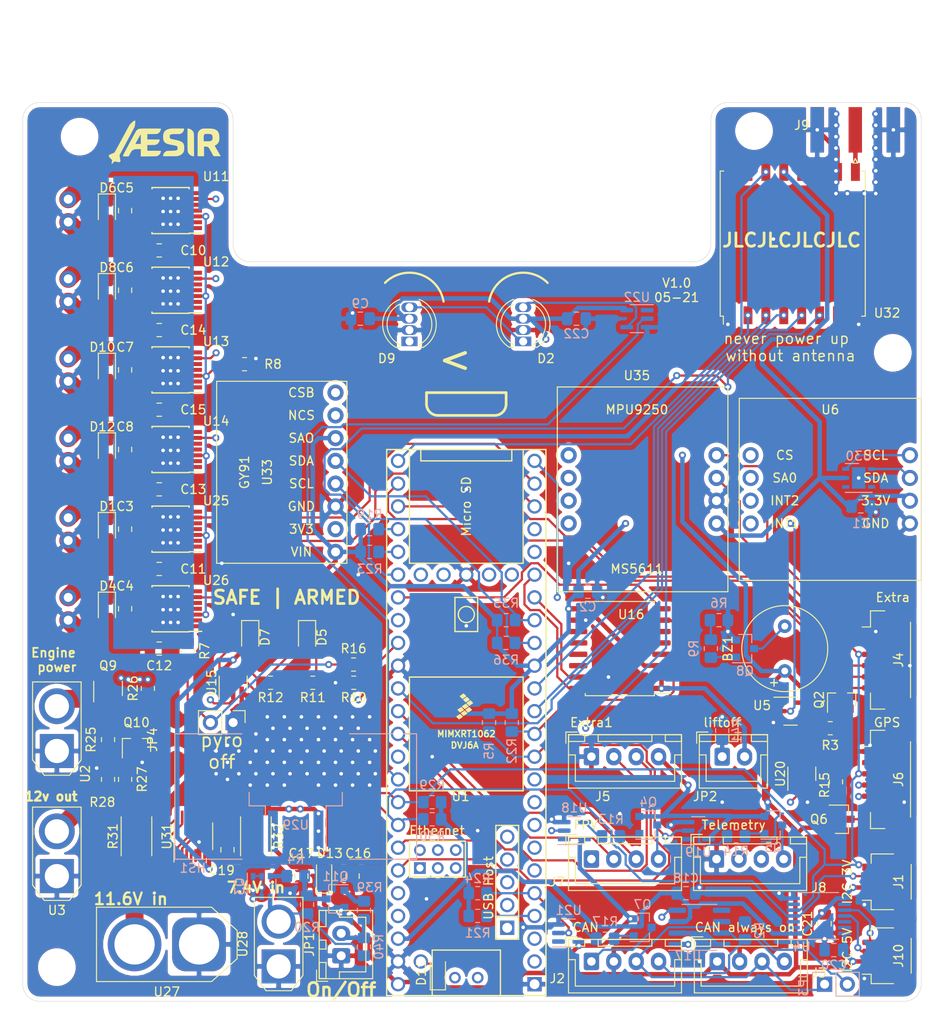
<source format=kicad_pcb>
(kicad_pcb (version 20211014) (generator pcbnew)
  (layers (0 "F.Cu" signal) (1 "In1.Cu" signal) (2 "In2.Cu" signal) (31 "B.Cu" power) (34 "B.Paste" user) (35 "F.Paste" user) (36 "B.SilkS" user "B.Silkscreen") (37 "F.SilkS" user "F.Silkscreen") (38 "B.Mask" user) (39 "F.Mask" user) (44 "Edge.Cuts" user))
  (net 0 "")
  (net 1 "Net-(BZ1-Pad2)")
  (net 2 "5V")
  (net 3 "3V3")
  (net 4 "GND")
  (net 5 "Net-(C3-Pad2)")
  (net 6 "Net-(C4-Pad2)")
  (net 7 "Net-(C5-Pad2)")
  (net 8 "Net-(C6-Pad2)")
  (net 9 "Net-(C7-Pad2)")
  (net 10 "Net-(C8-Pad2)")
  (net 11 "12V")
  (net 12 "Net-(D2-Pad2)")
  (net 13 "Net-(D5-Pad2)")
  (net 14 "Net-(D5-Pad1)")
  (net 15 "Net-(D7-Pad1)")
  (net 16 "Net-(J2-Pad4)")
  (net 17 "Net-(J2-Pad3)")
  (net 18 "Net-(J4-Pad6)")
  (net 19 "/EXT_RX")
  (net 20 "/EXT_TX")
  (net 21 "/EXT1_RX")
  (net 22 "/EXT1_TX")
  (net 23 "Net-(J6-Pad6)")
  (net 24 "/GPS_RX")
  (net 25 "/GPS_TX")
  (net 26 "Net-(J7-Pad4)")
  (net 27 "/FPV_RX")
  (net 28 "Net-(J8-Pad4)")
  (net 29 "/TM_RX")
  (net 30 "/TM_TX")
  (net 31 "Net-(Q2-Pad1)")
  (net 32 "Net-(Q3-Pad1)")
  (net 33 "Net-(Q4-Pad1)")
  (net 34 "Net-(Q5-Pad1)")
  (net 35 "Net-(Q6-Pad1)")
  (net 36 "Net-(Q7-Pad1)")
  (net 37 "Net-(Q8-Pad1)")
  (net 38 "Net-(R3-Pad1)")
  (net 39 "/FLASH_CS")
  (net 40 "/BUZZ")
  (net 41 "/P_EN")
  (net 42 "Net-(R8-Pad2)")
  (net 43 "/UNSAFE_P_EN")
  (net 44 "Net-(R13-Pad1)")
  (net 45 "Net-(R14-Pad1)")
  (net 46 "Net-(R15-Pad1)")
  (net 47 "Net-(R17-Pad1)")
  (net 48 "/EXT_MOS")
  (net 49 "/FPV_MOS")
  (net 50 "/TM_MOS")
  (net 51 "/GPS_MOS")
  (net 52 "/CAN_MOS")
  (net 53 "/CAN_RX")
  (net 54 "/CAN_TX")
  (net 55 "/FPV_TX")
  (net 56 "/P_IN_1")
  (net 57 "/P_IN_2")
  (net 58 "/P_IN_3")
  (net 59 "/P_IN_4")
  (net 60 "/P_IN_5")
  (net 61 "/P_IN_6")
  (net 62 "Net-(C17-Pad1)")
  (net 63 "Net-(D11-Pad2)")
  (net 64 "/SCL0")
  (net 65 "/SDA0")
  (net 66 "/MOSI1")
  (net 67 "/SCK1")
  (net 68 "/MISO0")
  (net 69 "/MISO1")
  (net 70 "/MOSI0")
  (net 71 "/SCK0")
  (net 72 "Net-(Q9-Pad3)")
  (net 73 "Net-(Q9-Pad1)")
  (net 74 "Net-(Q10-Pad3)")
  (net 75 "Net-(Q10-Pad1)")
  (net 76 "/ENGINE_MOS")
  (net 77 "Net-(R31-Pad1)")
  (net 78 "Net-(J9-Pad1)")
  (net 79 "/SCL2")
  (net 80 "/SDA2")
  (net 81 "/RF_INT")
  (net 82 "/RF_RESET")
  (net 83 "/RF_CS")
  (net 84 "Net-(Q3-Pad4)")
  (net 85 "Net-(Q3-Pad3)")
  (net 86 "Net-(Q11-Pad3)")
  (net 87 "Net-(Q11-Pad1)")
  (net 88 "Net-(JP1-Pad2)")
  (net 89 "/LIFTOFF")
  (net 90 "Net-(J10-Pad3)")
  (net 91 "Net-(J10-Pad4)")
  (net 92 "Net-(R16-Pad2)")
  (net 93 "7V")
  (net 94 "Net-(J2-Pad1)")
  (net 95 "Net-(JP3-Pad2)")
  (net 96 "Net-(D2-Pad4)")
  (net 97 "/RGB_TX")
  (net 98 "12V_LIMIT")
  (footprint "custom:Teensy41" (layer "F.Cu") (at 190.5 127.635 90)
    (fp_text reference "U1")
    (fp_text value "Teensy4.1")
  )
  (footprint "Capacitor_SMD:C_0805_2012Metric_Pad1.18x1.45mm_HandSolder" (layer "F.Cu") (at 152.4 106.045 90)
    (fp_text reference "C3")
    (fp_text value "100n")
  )
  (footprint "Capacitor_SMD:C_0805_2012Metric_Pad1.18x1.45mm_HandSolder" (layer "F.Cu") (at 152.4 114.935 90)
    (fp_text reference "C4")
    (fp_text value "100n")
  )
  (footprint "Capacitor_SMD:C_0805_2012Metric_Pad1.18x1.45mm_HandSolder" (layer "F.Cu") (at 152.4 70.485 90)
    (fp_text reference "C5")
    (fp_text value "100n")
  )
  (footprint "Capacitor_SMD:C_0805_2012Metric_Pad1.18x1.45mm_HandSolder" (layer "F.Cu") (at 152.4 79.375 90)
    (fp_text reference "C6")
    (fp_text value "100n")
  )
  (footprint "Capacitor_SMD:C_0805_2012Metric_Pad1.18x1.45mm_HandSolder" (layer "F.Cu") (at 152.4 88.265 90)
    (fp_text reference "C7")
    (fp_text value "100n")
  )
  (footprint "Capacitor_SMD:C_0805_2012Metric_Pad1.18x1.45mm_HandSolder" (layer "F.Cu") (at 152.4 97.155 90)
    (fp_text reference "C8")
    (fp_text value "100n")
  )
  (footprint "Capacitor_SMD:C_0805_2012Metric_Pad1.18x1.45mm_HandSolder" (layer "F.Cu") (at 156.21 74.93)
    (fp_text reference "C10")
    (fp_text value "100n")
  )
  (footprint "Capacitor_SMD:C_0805_2012Metric_Pad1.18x1.45mm_HandSolder" (layer "F.Cu") (at 156.21 110.49)
    (fp_text reference "C11")
    (fp_text value "100n")
  )
  (footprint "Capacitor_SMD:C_0805_2012Metric_Pad1.18x1.45mm_HandSolder" (layer "F.Cu") (at 156.21 119.38)
    (fp_text reference "C12")
    (fp_text value "100n")
  )
  (footprint "Capacitor_SMD:C_0805_2012Metric_Pad1.18x1.45mm_HandSolder" (layer "F.Cu") (at 156.21 101.6)
    (fp_text reference "C13")
    (fp_text value "100n")
  )
  (footprint "Capacitor_SMD:C_0805_2012Metric_Pad1.18x1.45mm_HandSolder" (layer "F.Cu") (at 156.21 83.82)
    (fp_text reference "C14")
    (fp_text value "100n")
  )
  (footprint "Capacitor_SMD:C_0805_2012Metric_Pad1.18x1.45mm_HandSolder" (layer "F.Cu") (at 156.21 92.71)
    (fp_text reference "C15")
    (fp_text value "100n")
  )
  (footprint "Diode_SMD:D_0805_2012Metric_Pad1.15x1.40mm_HandSolder" (layer "F.Cu") (at 150.368 106.045 -90)
    (fp_text reference "D1")
    (fp_text value "D_TVS")
  )
  (footprint "custom:ws2812-through-hole-5mm" (layer "F.Cu") (at 196.85 85.09 90)
    (fp_text reference "D2")
    (fp_text value "WS2812B")
  )
  (footprint "Diode_SMD:D_0805_2012Metric_Pad1.15x1.40mm_HandSolder" (layer "F.Cu") (at 150.368 114.935 -90)
    (fp_text reference "D4")
    (fp_text value "D_TVS")
  )
  (footprint "LED_SMD:LED_0805_2012Metric_Pad1.15x1.40mm_HandSolder" (layer "F.Cu") (at 172.72 118.11 -90)
    (fp_text reference "D5")
    (fp_text value "ARMED")
  )
  (footprint "LED_SMD:LED_0805_2012Metric_Pad1.15x1.40mm_HandSolder" (layer "F.Cu") (at 166.37 118.11 -90)
    (fp_text reference "D7")
    (fp_text value "SAFE")
  )
  (footprint "Diode_SMD:D_0805_2012Metric_Pad1.15x1.40mm_HandSolder" (layer "F.Cu") (at 150.368 79.375 -90)
    (fp_text reference "D8")
    (fp_text value "D_TVS")
  )
  (footprint "custom:ws2812-through-hole-5mm" (layer "F.Cu") (at 184.15 85.09 90)
    (fp_text reference "D9")
    (fp_text value "WS2812B")
  )
  (footprint "Diode_SMD:D_0805_2012Metric_Pad1.15x1.40mm_HandSolder" (layer "F.Cu") (at 150.368 88.265 -90)
    (fp_text reference "D10")
    (fp_text value "D_TVS")
  )
  (footprint "custom:aesir" (layer "F.Cu") (at 156.845 62.865)
    (fp_text reference "H6" hide)
    (fp_text value "Aesir" hide)
  )
  (footprint "Resistor_SMD:R_0805_2012Metric_Pad1.20x1.40mm_HandSolder" (layer "F.Cu") (at 159.385 119.65 90)
    (fp_text reference "R7")
    (fp_text value "1k")
  )
  (footprint "Resistor_SMD:R_0805_2012Metric_Pad1.20x1.40mm_HandSolder" (layer "F.Cu") (at 165.735 87.63 180)
    (fp_text reference "R8")
    (fp_text value "10k")
  )
  (footprint "Resistor_SMD:R_0805_2012Metric_Pad1.20x1.40mm_HandSolder" (layer "F.Cu") (at 177.927 123.19 180)
    (fp_text reference "R10")
    (fp_text value "4.7k")
  )
  (footprint "Resistor_SMD:R_0805_2012Metric_Pad1.20x1.40mm_HandSolder" (layer "F.Cu") (at 173.355 123.19 180)
    (fp_text reference "R11")
    (fp_text value "400")
  )
  (footprint "Resistor_SMD:R_0805_2012Metric_Pad1.20x1.40mm_HandSolder" (layer "F.Cu") (at 168.64 123.19 180)
    (fp_text reference "R12")
    (fp_text value "400")
  )
  (footprint "Connector_PinHeader_2.54mm:PinHeader_1x02_P2.54mm_Vertical" (layer "F.Cu") (at 164.465 127.635 -90)
    (fp_text reference "SW1" hide)
    (fp_text value "SW_DPST_x2")
  )
  (footprint "Connector_AMASS:AMASS_XT30U-F_1x02_P5.0mm_Vertical" (layer "F.Cu") (at 144.78 130.81 90)
    (fp_text reference "U2")
    (fp_text value "12v-engine")
  )
  (footprint "Connector_AMASS:AMASS_XT30U-F_1x02_P5.0mm_Vertical" (layer "F.Cu") (at 144.78 144.78 90)
    (fp_text reference "U3")
    (fp_text value "12v-out")
  )
  (footprint "custom:SC-74-a" (layer "F.Cu") (at 164.465 123.19 90)
    (fp_text reference "U15")
    (fp_text value "NL17SZ17")
  )
  (footprint "Connector_AMASS:AMASS_XT60-M_1x02_P7.20mm_Vertical" (layer "F.Cu") (at 160.655 152.4 180)
    (fp_text reference "U27")
    (fp_text value "12v-in")
  )
  (footprint "Diode_SMD:D_SOD-323_HandSoldering" (layer "F.Cu") (at 187.325 155.575 90)
    (fp_text reference "D11")
    (fp_text value "D_Schottky")
  )
  (footprint "Package_TO_SOT_SMD:SOT-23" (layer "F.Cu") (at 153.67 130.175 90)
    (fp_text reference "Q10")
    (fp_text value "MMBT3904")
  )
  (footprint "Resistor_SMD:R_0805_2012Metric_Pad1.20x1.40mm_HandSolder" (layer "F.Cu") (at 150.495 129.54 -90)
    (fp_text reference "R25")
    (fp_text value "1k")
  )
  (footprint "Resistor_SMD:R_0805_2012Metric_Pad1.20x1.40mm_HandSolder" (layer "F.Cu") (at 154.94 123.825 90)
    (fp_text reference "R26")
    (fp_text value "4.7k")
  )
  (footprint "Resistor_SMD:R_0805_2012Metric_Pad1.20x1.40mm_HandSolder" (layer "F.Cu") (at 152.4 133.985 -90)
    (fp_text reference "R27")
    (fp_text value "1k")
  )
  (footprint "MountingHole:MountingHole_3.2mm_M3_ISO14580" (layer "F.Cu") (at 144.78 154.94)
    (fp_text reference "H1" hide)
    (fp_text value "MountingHole")
  )
  (footprint "Resistor_SMD:R_2512_6332Metric_Pad1.40x3.35mm_HandSolder" (layer "F.Cu") (at 153.67 140.335 90)
    (fp_text reference "R31")
    (fp_text value "0.0025")
  )
  (footprint "Package_SO:MSOP-16_3x4mm_P0.5mm" (layer "F.Cu") (at 160.02 140.335 90)
    (fp_text reference "U31")
    (fp_text value "ltc2992")
  )
  (footprint "Resistor_SMD:R_2512_6332Metric_Pad1.40x3.35mm_HandSolder" (layer "F.Cu") (at 167.005 140.335 90)
    (fp_text reference "R32")
    (fp_text value "0.025")
  )
  (footprint "Capacitor_SMD:C_0805_2012Metric_Pad1.18x1.45mm_HandSolder" (layer "F.Cu") (at 163.83 141.8375 -90)
    (fp_text reference "C19")
    (fp_text value "100n")
  )
  (footprint "custom:GY91" (layer "F.Cu") (at 174.625 99.695 90)
    (fp_text reference "U33")
    (fp_text value "GY91")
  )
  (footprint "custom:terminal-small" (layer "F.Cu") (at 146.05 114.935 90)
    (fp_text reference "U24")
    (fp_text value "terminal-2")
  )
  (footprint "custom:terminal-small" (layer "F.Cu") (at 146.05 97.155 90)
    (fp_text reference "U10")
    (fp_text value "terminal-2")
  )
  (footprint "custom:terminal-small" (layer "F.Cu") (at 146.05 88.265 90)
    (fp_text reference "U9")
    (fp_text value "terminal-2")
  )
  (footprint "custom:terminal-small" (layer "F.Cu") (at 146.05 70.485 90)
    (fp_text reference "U7")
    (fp_text value "terminal-2")
  )
  (footprint "custom:terminal-small" (layer "F.Cu") (at 146.05 106.045 90)
    (fp_text reference "U23")
    (fp_text value "terminal-2")
  )
  (footprint "custom:terminal-small" (layer "F.Cu") (at 146.05 79.375 90)
    (fp_text reference "U8")
    (fp_text value "terminal-2")
  )
  (footprint "custom:Infineon_PG-TSDSO-14-22-bottom" (layer "F.Cu") (at 157.48 97.155 180)
    (fp_text reference "U14")
    (fp_text value "BTN7030-1EPA")
  )
  (footprint "custom:Infineon_PG-TSDSO-14-22-bottom" (layer "F.Cu") (at 157.48 114.935 180)
    (fp_text reference "U26")
    (fp_text value "BTN7030-1EPA")
  )
  (footprint "custom:Infineon_PG-TSDSO-14-22-bottom" (layer "F.Cu") (at 157.48 106.045 180)
    (fp_text reference "U25")
    (fp_text value "BTN7030-1EPA")
  )
  (footprint "custom:Infineon_PG-TSDSO-14-22-bottom" (layer "F.Cu") (at 157.48 88.265 180)
    (fp_text reference "U13")
    (fp_text value "BTN7030-1EPA")
  )
  (footprint "custom:Infineon_PG-TSDSO-14-22-bottom" (layer "F.Cu") (at 157.48 79.375 180)
    (fp_text reference "U12")
    (fp_text value "BTN7030-1EPA")
  )
  (footprint "Connector_AMASS:AMASS_XT30U-M_1x02_P5.0mm_Vertical" (layer "F.Cu") (at 169.545 154.86 90)
    (fp_text reference "U28")
    (fp_text value "7v-in")
  )
  (footprint "Package_SO:TSOP-6_1.65x3.05mm_P0.95mm" (layer "F.Cu") (at 150.495 123.825 90)
    (fp_text reference "Q9")
    (fp_text value "PMN48XP")
  )
  (footprint "Resistor_SMD:R_0805_2012Metric_Pad1.20x1.40mm_HandSolder" (layer "F.Cu") (at 150.495 133.985 -90)
    (fp_text reference "R28")
    (fp_text value "10k")
  )
  (footprint "Capacitor_SMD:C_0805_2012Metric_Pad1.18x1.45mm_HandSolder" (layer "F.Cu") (at 177.8 144.78 -90)
    (fp_text reference "C16")
    (fp_text value "330nF")
  )
  (footprint "Diode_SMD:D_0805_2012Metric_Pad1.15x1.40mm_HandSolder" (layer "F.Cu") (at 150.368 97.155 -90)
    (fp_text reference "D12")
    (fp_text value "D_TVS")
  )
  (footprint "Connector_JST:JST_XH_B4B-XH-A_1x04_P2.50mm_Vertical" (layer "F.Cu") (at 218.52 154.305)
    (fp_text reference "J3")
    (fp_text value "JST_XH_4")
  )
  (footprint "Connector_JST:JST_XH_B4B-XH-A_1x04_P2.50mm_Vertical" (layer "F.Cu") (at 204.47 142.875)
    (fp_text reference "J7")
    (fp_text value "JST_XH_4")
  )
  (footprint "Connector_JST:JST_XH_B4B-XH-A_1x04_P2.50mm_Vertical" (layer "F.Cu") (at 218.44 142.875)
    (fp_text reference "J8")
    (fp_text value "JST_XH_4")
  )
  (footprint "Package_SO:SOIC-16W_7.5x10.3mm_P1.27mm" (layer "F.Cu") (at 207.645 119.38 180)
    (fp_text reference "U16")
    (fp_text value "w25nxx")
  )
  (footprint "custom:drotek_10dof" (layer "F.Cu") (at 209.55 101.6)
    (fp_text reference "U35")
    (fp_text value "drotek_10dof")
  )
  (footprint "MountingHole:MountingHole_3.2mm_M3_ISO14580" (layer "F.Cu") (at 147.32 62.23)
    (fp_text reference "H5" hide)
    (fp_text value "MountingHole")
  )
  (footprint "Connector_JST:JST_XH_B2B-XH-A_1x02_P2.50mm_Vertical" (layer "F.Cu") (at 176.53 153.67 90)
    (fp_text reference "JP1")
    (fp_text value "Jumper")
  )
  (footprint "Connector_JST:JST_XH_B4B-XH-A_1x04_P2.50mm_Vertical" (layer "F.Cu") (at 204.47 154.305)
    (fp_text reference "J2")
    (fp_text value "JST_XH_4")
  )
  (footprint "RF_Module:HOPERF_RFM9XW_SMD" (layer "F.Cu") (at 226.949 74.168 90)
    (fp_text reference "U32")
    (fp_text value "RFM98W-433S2")
  )
  (footprint "Connector_Coaxial:SMA_Amphenol_132289_EdgeMount" (layer "F.Cu") (at 233.934 61.468 90)
    (fp_text reference "J9")
    (fp_text value "Conn_Coaxial")
  )
  (footprint "Connector_JST:JST_XH_B2B-XH-A_1x02_P2.50mm_Vertical" (layer "F.Cu") (at 219.075 131.445)
    (fp_text reference "JP2")
    (fp_text value "Jumper")
  )
  (footprint "Connector_JST:JST_XH_B4B-XH-A_1x04_P2.50mm_Vertical" (layer "F.Cu") (at 204.47 131.445)
    (fp_text reference "J5")
    (fp_text value "JST_XH_4")
  )
  (footprint "custom:CX-0905C" (layer "F.Cu") (at 226.06 119.38 90)
    (fp_text reference "BZ1")
    (fp_text value "Buzzer")
  )
  (footprint "custom:R_1812_4532Metric_Pad1.30x3.40mm_HandSolder_no_silk" (layer "F.Cu") (at 158.115 129.54 90)
    (fp_text reference "JP4")
    (fp_text value "Jumper_NO_Small")
  )
  (footprint "MountingHole:MountingHole_3.2mm_M3_ISO14580" (layer "F.Cu") (at 222.631 61.595)
    (fp_text reference "H2" hide)
    (fp_text value "MountingHole")
  )
  (footprint "MountingHole:MountingHole_3.2mm_M3_ISO14580" (layer "F.Cu") (at 238.125 86.36)
    (fp_text reference "H4" hide)
    (fp_text value "MountingHole")
  )
  (footprint "Capacitor_SMD:C_0805_2012Metric_Pad1.18x1.45mm_HandSolder" (layer "F.Cu") (at 230.505 150.0925 -90)
    (fp_text reference "C21")
    (fp_text value "100n")
  )
  (footprint "Connector_JST:JST_SH_SM04B-SRSS-TB_1x04-1MP_P1.00mm_Horizontal" (layer "F.Cu") (at 237.49 145.415 90)
    (fp_text reference "J1")
    (fp_text value "JST_SH_4")
  )
  (footprint "Connector_JST:JST_SH_SM04B-SRSS-TB_1x04-1MP_P1.00mm_Horizontal" (layer "F.Cu") (at 237.49 153.67 90)
    (fp_text reference "J10")
    (fp_text value "JST_SH_4")
  )
  (footprint "Connector_JST:JST_GH_BM06B-GHS-TBT_1x06-1MP_P1.25mm_Vertical" (layer "F.Cu") (at 237.49 120.65 -90)
    (fp_text reference "J4")
    (fp_text value "JST_GH_6")
  )
  (footprint "Connector_JST:JST_GH_BM06B-GHS-TBT_1x06-1MP_P1.25mm_Vertical" (layer "F.Cu") (at 237.49 133.985 -90)
    (fp_text reference "J6")
    (fp_text value "JST_GH_6")
  )
  (footprint "Package_TO_SOT_SMD:SOT-23" (layer "F.Cu") (at 232.41 125.095 90)
    (fp_text reference "Q2")
    (fp_text value "DMG2301L")
  )
  (footprint "Resistor_SMD:R_0805_2012Metric_Pad1.20x1.40mm_HandSolder" (layer "F.Cu") (at 231.14 128.27)
    (fp_text reference "R3")
    (fp_text value "1k")
  )
  (footprint "Resistor_SMD:R_0805_2012Metric_Pad1.20x1.40mm_HandSolder" (layer "F.Cu") (at 231.775 134.255 -90)
    (fp_text reference "R15")
    (fp_text value "1k")
  )
  (footprint "custom:SC-74-a" (layer "F.Cu") (at 226.695 126.365)
    (fp_text reference "U5")
    (fp_text value "NL17SZ17")
  )
  (footprint "Package_TO_SOT_SMD:SOT-23" (layer "F.Cu") (at 232.41 138.43)
    (fp_text reference "Q6")
    (fp_text value "DMG2301L")
  )
  (footprint "custom:SC-74-a" (layer "F.Cu") (at 227.965 133.35 90)
    (fp_text reference "U20")
    (fp_text value "NL17SZ17")
  )
  (footprint "Resistor_SMD:R_0805_2012Metric_Pad1.20x1.40mm_HandSolder" (layer "F.Cu") (at 177.911 121.158 180)
    (fp_text reference "R16")
    (fp_text value "1k")
  )
  (footprint "Capacitor_SMD:C_0805_2012Metric_Pad1.18x1.45mm_HandSolder" (layer "F.Cu") (at 172.085 144.78 -90)
    (fp_text reference "C17")
    (fp_text value "100nF")
  )
  (footprint "Diode_SMD:D_SOD-323_HandSoldering" (layer "F.Cu") (at 174.625 144.78 90)
    (fp_text reference "D13")
    (fp_text value "D_Schottky")
  )
  (footprint "Diode_SMD:D_0805_2012Metric_Pad1.15x1.40mm_HandSolder" (layer "F.Cu") (at 150.368 70.485 -90)
    (fp_text reference "D6")
    (fp_text value "D_TVS")
  )
  (footprint "custom:Infineon_PG-TSDSO-14-22-bottom" (layer "F.Cu") (at 157.48 70.485 180)
    (fp_text reference "U11")
    (fp_text value "BTN7030-1EPA")
  )
  (footprint "custom:sparkfun_H3LIS331DL" (layer "F.Cu") (at 227.33 101.6)
    (fp_text reference "U6")
    (fp_text value "sparkfun_H3LIS331DL")
  )
  (footprint "Capacitor_SMD:C_0805_2012Metric_Pad1.18x1.45mm_HandSolder" (layer "B.Cu") (at 178.6675 82.55 180)
    (fp_text reference "C9")
    (fp_text value "100nf")
  )
  (footprint "Resistor_SMD:R_0805_2012Metric_Pad1.20x1.40mm_HandSolder" (layer "B.Cu") (at 179.705 106.045 180)
    (fp_text reference "R19")
    (fp_text value "10k")
  )
  (footprint "Resistor_SMD:R_0805_2012Metric_Pad1.20x1.40mm_HandSolder" (layer "B.Cu") (at 179.705 108.585 180)
    (fp_text reference "R23")
    (fp_text value "10k")
  )
  (footprint "Package_TO_SOT_SMD:TO-263-2" (layer "B.Cu") (at 171.45 133.985 90)
    (fp_text reference "U29")
    (fp_text value "L7805")
  )
  (footprint "Resistor_SMD:R_0805_2012Metric_Pad1.20x1.40mm_HandSolder" (layer "B.Cu") (at 186.69 138.43 180)
    (fp_text reference "R29")
    (fp_text value "4.7k")
  )
  (footprint "Resistor_SMD:R_0805_2012Metric_Pad1.20x1.40mm_HandSolder" (layer "B.Cu") (at 194.945 118.745 180)
    (fp_text reference "R35")
    (fp_text value "4.7k")
  )
  (footprint "Resistor_SMD:R_0805_2012Metric_Pad1.20x1.40mm_HandSolder" (layer "B.Cu") (at 194.945 116.205)
    (fp_text reference "R36")
    (fp_text value "4.7k")
  )
  (footprint "Resistor_SMD:R_0805_2012Metric_Pad1.20x1.40mm_HandSolder" (layer "B.Cu") (at 186.69 136.525)
    (fp_text reference "R30")
    (fp_text value "4.7k")
  )
  (footprint "Capacitor_SMD:C_0805_2012Metric_Pad1.18x1.45mm_HandSolder" (layer "B.Cu") (at 234.5475 103.505 180)
    (fp_text reference "C1")
    (fp_text value "100n")
  )
  (footprint "Capacitor_SMD:C_0805_2012Metric_Pad1.18x1.45mm_HandSolder" (layer "B.Cu") (at 204.0675 113.03)
    (fp_text reference "C2")
    (fp_text value "100pF")
  )
  (footprint "Capacitor_SMD:C_0805_2012Metric_Pad1.18x1.45mm_HandSolder" (layer "B.Cu") (at 215.0325 146.685 180)
    (fp_text reference "C18")
    (fp_text value "100n")
  )
  (footprint "Package_TO_SOT_SMD:SOT-23" (layer "B.Cu") (at 210.82 139.065)
    (fp_text reference "Q4")
    (fp_text value "DMG2301L")
  )
  (footprint "Package_TO_SOT_SMD:SOT-23" (layer "B.Cu") (at 224.79 139.065)
    (fp_text reference "Q5")
    (fp_text value "DMG2301L")
  )
  (footprint "Package_TO_SOT_SMD:SOT-23" (layer "B.Cu") (at 210.185 150.495)
    (fp_text reference "Q7")
    (fp_text value "DMG2301L")
  )
  (footprint "Resistor_SMD:R_0805_2012Metric_Pad1.20x1.40mm_HandSolder" (layer "B.Cu") (at 221.615 150.86 90)
    (fp_text reference "R2")
    (fp_text value "120")
  )
  (footprint "Resistor_SMD:R_0805_2012Metric_Pad1.20x1.40mm_HandSolder" (layer "B.Cu") (at 195.58 127.635 -90)
    (fp_text reference "R5")
    (fp_text value "10k")
  )
  (footprint "Resistor_SMD:R_0805_2012Metric_Pad1.20x1.40mm_HandSolder" (layer "B.Cu") (at 206.645 140.335)
    (fp_text reference "R13")
    (fp_text value "1k")
  )
  (footprint "Resistor_SMD:R_0805_2012Metric_Pad1.20x1.40mm_HandSolder" (layer "B.Cu") (at 220.615 140.335)
    (fp_text reference "R14")
    (fp_text value "1k")
  )
  (footprint "Resistor_SMD:R_0805_2012Metric_Pad1.20x1.40mm_HandSolder" (layer "B.Cu") (at 206.01 151.765)
    (fp_text reference "R17")
    (fp_text value "1k")
  )
  (footprint "Resistor_SMD:R_0805_2012Metric_Pad1.20x1.40mm_HandSolder" (layer "B.Cu") (at 191.77 149.225 180)
    (fp_text reference "R21")
    (fp_text value "10k")
  )
  (footprint "Resistor_SMD:R_0805_2012Metric_Pad1.20x1.40mm_HandSolder" (layer "B.Cu") (at 193.04 127.635 90)
    (fp_text reference "R22")
    (fp_text value "10k")
  )
  (footprint "Resistor_SMD:R_0805_2012Metric_Pad1.20x1.40mm_HandSolder" (layer "B.Cu") (at 191.77 146.685 180)
    (fp_text reference "R24")
    (fp_text value "10k")
  )
  (footprint "Package_SO:SOIC-8_3.9x4.9mm_P1.27mm" (layer "B.Cu") (at 216.535 150.495)
    (fp_text reference "U17")
    (fp_text value "SN65HVD230")
  )
  (footprint "custom:SC-74-a" (layer "B.Cu") (at 202.565 139.7)
    (fp_text reference "U18")
    (fp_text value "NL17SZ17")
  )
  (footprint "custom:SC-74-a" (layer "B.Cu") (at 216.4025 139.7)
    (fp_text reference "U19")
    (fp_text value "NL17SZ17")
  )
  (footprint "custom:SC-74-a" (layer "B.Cu") (at 201.93 151.13)
    (fp_text reference "U21")
    (fp_text value "NL17SZ17")
  )
  (footprint "Package_SO:TSOP-6_1.65x3.05mm_P0.95mm" (layer "B.Cu") (at 167.64 145.94 -90)
    (fp_text reference "Q3")
    (fp_text value "PMN48XP")
  )
  (footprint "Resistor_SMD:R_0805_2012Metric_Pad1.20x1.40mm_HandSolder" (layer "B.Cu") (at 171.45 144.78)
    (fp_text reference "R4")
    (fp_text value "1k")
  )
  (footprint "Resistor_SMD:R_0805_2012Metric_Pad1.20x1.40mm_HandSolder" (layer "B.Cu") (at 172.72 147.955 -90)
    (fp_text reference "R20")
    (fp_text value "10k")
  )
  (footprint "Resistor_SMD:R_0805_2012Metric_Pad1.20x1.40mm_HandSolder" (layer "B.Cu") (at 179.07 148.59 -90)
    (fp_text reference "R39")
    (fp_text value "1k")
  )
  (footprint "Resistor_SMD:R_0805_2012Metric_Pad1.20x1.40mm_HandSolder" (layer "B.Cu") (at 179.07 152.67 90)
    (fp_text reference "R40")
    (fp_text value "10k")
  )
  (footprint "Capacitor_SMD:C_0805_2012Metric_Pad1.18x1.45mm_HandSolder" (layer "B.Cu") (at 202.7975 82.55)
    (fp_text reference "C22")
    (fp_text value "100nf")
  )
  (footprint "Connector_PinHeader_2.54mm:PinHeader_1x02_P2.54mm_Vertical" (layer "B.Cu") (at 230.505 156.845 -90)
    (fp_text reference "JP3")
    (fp_text value "Jumper")
  )
  (footprint "Resistor_SMD:R_0805_2012Metric_Pad1.20x1.40mm_HandSolder" (layer "B.Cu") (at 219.075 128.54 90)
    (fp_text reference "R41")
    (fp_text value "2k")
  )
  (footprint "custom:SC-74-a" (layer "B.Cu") (at 209.55 82.55 180)
    (fp_text reference "U22")
    (fp_text value "NL17SZ17")
  )
  (footprint "custom:d2pak_heatsink" (layer "B.Cu") (at 171.45 135.89)
    (fp_text reference "HS1")
    (fp_text value "Heatsink_Pad")
  )
  (footprint "Resistor_SMD:R_0805_2012Metric_Pad1.20x1.40mm_HandSolder" (layer "B.Cu") (at 218.71 116.205)
    (fp_text reference "R6")
    (fp_text value "10k")
  )
  (footprint "Resistor_SMD:R_0805_2012Metric_Pad1.20x1.40mm_HandSolder" (layer "B.Cu") (at 217.805 119.38 90)
    (fp_text reference "R9")
    (fp_text value "1k")
  )
  (footprint "Package_TO_SOT_SMD:SOT-23" (layer "B.Cu") (at 221.615 119.38)
    (fp_text reference "Q8")
    (fp_text value "MMBT3904")
  )
  (footprint "Package_DFN_QFN:DFN-6-1EP_3x3mm_P1mm_EP1.5x2.4mm" (layer "B.Cu") (at 234.315 100.33 180)
    (fp_text reference "U30")
    (fp_text value "Si7021-A20")
  )
  (footprint "Capacitor_SMD:C_0805_2012Metric_Pad1.18x1.45mm_HandSolder" (layer "B.Cu") (at 231.5425 153.035)
    (fp_text reference "C20")
    (fp_text value "100n")
  )
  (footprint "Package_SO:TSSOP-14_4.4x5mm_P0.65mm" (layer "B.Cu") (at 229.87 149.225)
    (fp_text reference "U4")
    (fp_text value "TXS0104E")
  )
  (footprint "Package_TO_SOT_SMD:SOT-23" (layer "B.Cu") (at 175.895 147.32 180)
    (fp_text reference "Q11")
    (fp_text value "MMBT3904")
  )
  (gr_poly (pts (xy 160.02 119.38) (xy 151.13 119.38) (xy 151.13 66.675) (xy 160.02 66.675)) (layer "B.Cu") (width 0.1) (fill solid))
  (gr_line (start 186.055 90.805) (end 194.945 90.805) (layer "F.SilkS") (width 0.3))
  (gr_line (start 186.055 92.075) (end 186.055 90.805) (layer "F.SilkS") (width 0.3))
  (gr_line (start 194.945 92.075) (end 194.945 90.805) (layer "F.SilkS") (width 0.3))
  (gr_arc (start 193.040424 80.642496) (mid 195.672446 77.601325) (end 199.581234 78.548765) (layer "F.SilkS") (width 0.25))
  (gr_arc (start 187.325 93.345) (mid 186.426974 92.973026) (end 186.055 92.075) (layer "F.SilkS") (width 0.3))
  (gr_line (start 187.325 93.345) (end 193.675 93.345) (layer "F.SilkS") (width 0.3))
  (gr_arc (start 181.42056 78.546966) (mid 185.329974 77.602096) (end 187.959999 80.645001) (layer "F.SilkS") (width 0.25))
  (gr_arc (start 194.945 92.075) (mid 194.573026 92.973026) (end 193.675 93.345) (layer "F.SilkS") (width 0.3))
  (gr_line (start 140.97 156.845) (end 140.97 60.325) (layer "Edge.Cuts") (width 0.05))
  (gr_line (start 241.3 156.845) (end 241.3 60.325) (layer "Edge.Cuts") (width 0.05))
  (gr_line (start 219.71 58.42) (end 239.395 58.42) (layer "Edge.Cuts") (width 0.05))
  (gr_line (start 162.56 58.42) (end 142.875 58.42) (layer "Edge.Cuts") (width 0.05))
  (gr_arc (start 217.805 60.325) (mid 218.362962 58.977962) (end 219.71 58.42) (layer "Edge.Cuts") (width 0.05))
  (gr_line (start 164.465 74.295) (end 164.465 60.325) (layer "Edge.Cuts") (width 0.05))
  (gr_arc (start 140.97 60.325) (mid 141.527962 58.977962) (end 142.875 58.42) (layer "Edge.Cuts") (width 0.05))
  (gr_arc (start 217.805 74.295) (mid 217.247038 75.642038) (end 215.9 76.2) (layer "Edge.Cuts") (width 0.05))
  (gr_line (start 142.875 158.75) (end 239.395 158.75) (layer "Edge.Cuts") (width 0.05))
  (gr_line (start 217.805 60.325) (end 217.805 74.295) (layer "Edge.Cuts") (width 0.05))
  (gr_arc (start 241.3 156.845) (mid 240.742038 158.192038) (end 239.395 158.75) (layer "Edge.Cuts") (width 0.05))
  (gr_arc (start 166.37 76.2) (mid 165.022962 75.642038) (end 164.465 74.295) (layer "Edge.Cuts") (width 0.05))
  (gr_arc (start 162.56 58.42) (mid 163.907038 58.977962) (end 164.465 60.325) (layer "Edge.Cuts") (width 0.05))
  (gr_arc (start 142.875 158.75) (mid 141.527962 158.192038) (end 140.97 156.845) (layer "Edge.Cuts") (width 0.05))
  (gr_line (start 215.9 76.2) (end 166.37 76.2) (layer "Edge.Cuts") (width 0.05))
  (gr_arc (start 239.395 58.42) (mid 240.742038 58.977962) (end 241.3 60.325) (layer "Edge.Cuts") (width 0.05))
  (gr_text "I2C 3V" (at 233.045 145.415 90) (layer "F.SilkS") (effects (font (size 1 1))))
  (gr_text "GPS" (at 237.49 127.635) (layer "F.SilkS") (effects (font (size 1 1))))
  (gr_text "never power up \nwithout antenna" (at 226.695 85.725) (layer "F.SilkS") (effects (font (size 1.2 1.2))))
  (gr_text "Extra1" (at 204.47 127.635) (layer "F.SilkS") (effects (font (size 1 1))))
  (gr_text "I2C 5V" (at 233.045 153.035 90) (layer "F.SilkS") (effects (font (size 1 1))))
  (gr_text "pyro\noff\n" (at 163.195 130.81) (layer "F.SilkS") (effects (font (size 1.5 1.5) (thickness 0.2))))
  (gr_text "CAN always on" (at 221.615 150.495) (layer "F.SilkS") (effects (font (size 1 1))))
  (gr_text "SAFE | ARMED" (at 170.434 113.665) (layer "F.SilkS") (effects (font (size 1.5 1.5) (thickness 0.3))))
  (gr_text "On/Off" (at 176.53 157.48) (layer "F.SilkS") (effects (font (size 1.5 1.5) (thickness 0.3))))
  (gr_text "Extra" (at 238.125 113.665) (layer "F.SilkS") (effects (font (size 1 1))))
  (gr_text "FPV" (at 203.835 139.065) (layer "F.SilkS") (effects (font (size 1 1))))
  (gr_text "7.4V in" (at 167.005 146.05) (layer "F.SilkS") (effects (font (size 1.2 1.2) (thickness 0.25))))
  (gr_text "Telemetry" (at 220.345 139.065) (layer "F.SilkS") (effects (font (size 1 1))))
  (gr_text "CAN" (at 203.835 150.495) (layer "F.SilkS") (effects (font (size 1 1))))
  (gr_text "Engine \npower" (at 144.78 120.65) (layer "F.SilkS") (effects (font (size 1 1) (thickness 0.2))))
  (gr_text "12v out" (at 144.145 135.89) (layer "F.SilkS") (effects (font (size 1 1) (thickness 0.25))))
  (gr_text "<" (at 189.23 86.995) (layer "F.SilkS") (effects (font (size 3 3) (thickness 0.4))))
  (gr_text "JLCJLCJLCJLC" (at 226.822 73.787) (layer "F.SilkS") (effects (font (size 1.5 1.5) (thickness 0.3))))
  (gr_text "liftoff" (at 219.075 127.635) (layer "F.SilkS") (effects (font (size 1 1))))
  (gr_text "V1.0\n05-21" (at 213.995 79.375) (layer "F.SilkS") (effects (font (size 1 1))))
  (gr_text "11.6V in" (at 153.035 147.32) (layer "F.SilkS") (effects (font (size 1.3 1.3) (thickness 0.25))))
  (segment (start 225.624998 137.795) (end 225.861592 137.795) (width 0.25) (layer "B.Cu") (net 0))
  (segment (start 225.014999 140.225003) (end 225.014999 138.404999) (width 0.25) (layer "B.Cu") (net 0))
  (segment (start 225.014999 138.404999) (end 225.624998 137.795) (width 0.25) (layer "B.Cu") (net 0))
  (segment (start 223.52 140.97) (end 224.270002 140.97) (width 0.25) (layer "B.Cu") (net 0))
  (segment (start 224.270002 140.97) (end 225.014999 140.225003) (width 0.25) (layer "B.Cu") (net 0))
  (segment (start 222.885 119.38) (end 222.615 119.38) (width 0.25) (layer "B.Cu") (net 1))
  (segment (start 223.56 119.38) (end 226.06 116.88) (width 0.25) (layer "B.Cu") (net 1))
  (segment (start 222.615 119.38) (end 223.56 119.38) (width 0.25) (layer "B.Cu") (net 1))
  (segment (start 227.32001 153.16499) (end 227.24001 153.08499) (width 0.5) (layer "F.Cu") (net 2))
  (segment (start 227.24001 153.08499) (end 227.24001 140.24501) (width 0.5) (layer "F.Cu") (net 2))
  (segment (start 227.24001 140.24501) (end 227.24001 139.61001) (width 0.5) (layer "F.Cu") (net 2))
  (segment (start 233.016519 154.968481) (end 233.68 154.305) (width 0.5) (layer "F.Cu") (net 2))
  (segment (start 227.32001 154.968481) (end 233.016519 154.968481) (width 0.5) (layer "F.Cu") (net 2))
  (segment (start 218.52 154.305) (end 219.94501 155.73001) (width 0.5) (layer "F.Cu") (net 2))
  (segment (start 215.265 134.62) (end 215.145 134.62) (width 0.5) (layer "F.Cu") (net 2))
  (segment (start 217.09499 155.73001) (end 218.52 154.305) (width 0.5) (layer "F.Cu") (net 2))
  (segment (start 200.005001 155.594999) (end 203.0675 152.5325) (width 0.5) (layer "F.Cu") (net 2))
  (segment (start 187.325 156.6) (end 183.125 156.6) (width 0.5) (layer "F.Cu") (net 2))
  (segment (start 233.68 154.305) (end 235.355 154.305) (width 0.5) (layer "F.Cu") (net 2))
  (segment (start 183.125 156.6) (end 182.88 156.845) (width 0.5) (layer "F.Cu") (net 2))
  (segment (start 229.334999 124.995001) (end 229.175001 124.995001) (width 0.5) (layer "F.Cu") (net 2))
  (segment (start 233.36 126.095) (end 232.260001 124.995001) (width 0.5) (layer "F.Cu") (net 2))
  (segment (start 223.755001 124.184999) (end 226.06 121.88) (width 0.5) (layer "F.Cu") (net 2))
  (segment (start 215.145 134.62) (end 211.97 131.445) (width 0.5) (layer "F.Cu") (net 2))
  (segment (start 229.175001 124.995001) (end 226.06 121.88) (width 0.5) (layer "F.Cu") (net 2))
  (segment (start 179.705 151.765) (end 177.380001 149.440001) (width 0.5) (layer "F.Cu") (net 2))
  (segment (start 227.24001 139.61001) (end 224.155 136.525) (width 0.5) (layer "F.Cu") (net 2))
  (segment (start 224.155 135.0725) (end 224.155 136.525) (width 0.5) (layer "F.Cu") (net 2))
  (segment (start 228.10502 139.38) (end 227.24001 140.24501) (width 0.5) (layer "F.Cu") (net 2))
  (segment (start 231.41 139.38) (end 228.10502 139.38) (width 0.5) (layer "F.Cu") (net 2))
  (segment (start 176.121999 149.440001) (end 174.625 147.943002) (width 0.5) (layer "F.Cu") (net 2))
  (segment (start 200.140012 155.73001) (end 217.09499 155.73001) (width 0.5) (layer "F.Cu") (net 2))
  (segment (start 179.705 153.67) (end 179.705 151.765) (width 0.5) (layer "F.Cu") (net 2))
  (segment (start 232.260001 124.995001) (end 229.334999 124.995001) (width 0.5) (layer "F.Cu") (net 2))
  (segment (start 205.837534 152.5325) (end 208.825034 149.545) (width 0.5) (layer "F.Cu") (net 2))
  (segment (start 203.0675 152.5325) (end 205.837534 152.5325) (width 0.5) (layer "F.Cu") (net 2))
  (segment (start 187.325 156.6) (end 187.940001 157.215001) (width 0.5) (layer "F.Cu") (net 2))
  (segment (start 223.755001 136.125001) (end 223.755001 124.184999) (width 0.5) (layer "F.Cu") (net 2))
  (segment (start 235.355 154.305) (end 235.49 154.17) (width 0.5) (layer "F.Cu") (net 2))
  (segment (start 219.94501 155.73001) (end 226.558481 155.73001) (width 0.5) (layer "F.Cu") (net 2))
  (segment (start 227.32001 154.968481) (end 227.32001 153.16499) (width 0.5) (layer "F.Cu") (net 2))
  (segment (start 177.380001 149.440001) (end 176.121999 149.440001) (width 0.5) (layer "F.Cu") (net 2))
  (segment (start 187.940001 157.215001) (end 195.339997 157.215001) (width 0.5) (layer "F.Cu") (net 2))
  (segment (start 195.339997 157.215001) (end 196.959999 155.594999) (width 0.5) (layer "F.Cu") (net 2))
  (segment (start 226.558481 155.73001) (end 227.32001 154.968481) (width 0.5) (layer "F.Cu") (net 2))
  (segment (start 174.625 147.943002) (end 174.625 145.805) (width 0.5) (layer "F.Cu") (net 2))
  (segment (start 196.959999 155.594999) (end 200.005001 155.594999) (width 0.5) (layer "F.Cu") (net 2))
  (segment (start 228.915 125.415) (end 229.334999 124.995001) (width 0.5) (layer "F.Cu") (net 2))
  (segment (start 227.8325 125.415) (end 228.915 125.415) (width 0.5) (layer "F.Cu") (net 2))
  (segment (start 224.155 136.525) (end 223.755001 136.125001) (width 0.5) (layer "F.Cu") (net 2))
  (segment (start 179.705 153.67) (end 182.88 156.845) (width 0.5) (layer "F.Cu") (net 2))
  (segment (start 227.015 132.2125) (end 224.155 135.0725) (width 0.5) (layer "F.Cu") (net 2))
  (segment (start 200.005001 155.594999) (end 200.140012 155.73001) (width 0.5) (layer "F.Cu") (net 2))
  (via (at 233.68 154.305) (size 0.8) (drill 0.4) (layers "F.Cu" "B.Cu") (net 2))
  (via (at 224.155 136.525) (size 0.8) (drill 0.4) (layers "F.Cu" "B.Cu") (net 2))
  (via (at 214.63 97.79) (size 0.8) (drill 0.4) (layers "F.Cu" "B.Cu") (net 2))
  (via (at 203.0675 152.5325) (size 0.8) (drill 0.4) (layers "F.Cu" "B.Cu") (net 2))
  (via (at 215.265 134.62) (size 0.8) (drill 0.4) (layers "F.Cu" "B.Cu") (net 2))
  (via (at 199.39 84.845) (size 0.8) (drill 0.4) (layers "F.Cu" "B.Cu") (net 2))
  (via (at 208.825034 149.545) (size 0.8) (drill 0.4) (layers "F.Cu" "B.Cu") (net 2))
  (segment (start 232.7325 153.3575) (end 233.68 154.305) (width 0.5) (layer "B.Cu") (net 2))
  (segment (start 220.037517 138.122517) (end 217.54 140.620034) (width 0.5) (layer "B.Cu") (net 2))
  (segment (start 224.155 137.75) (end 223.79 138.115) (width 0.5) (layer "B.Cu") (net 2))
  (segment (start 221.935 138.115) (end 220.045034 138.115) (width 0.5) (layer "B.Cu") (net 2))
  (segment (start 219.96499 138.04999) (end 220.037517 138.122517) (width 0.5) (layer "B.Cu") (net 2))
  (segment (start 203.7025 140.65) (end 203.16999 141.18251) (width 0.5) (layer "B.Cu") (net 2))
  (segment (start 220.045034 138.115) (end 220.037517 138.122517) (width 0.5) (layer "B.Cu") (net 2))
  (segment (start 217.54 140.620034) (end 217.54 140.65) (width 0.5) (layer "B.Cu") (net 2))
  (segment (start 212.595012 138.04999) (end 219.96499 138.04999) (width 0.5) (layer "B.Cu") (net 2))
  (segment (start 203.16999 141.18251) (end 203.16999 143.889956) (width 0.5) (layer "B.Cu") (net 2))
  (segment (start 182.79999 80.871996) (end 183.376996 80.29499) (width 0.5) (layer "B.Cu") (net 2))
  (segment (start 182.79999 81.688004) (end 182.79999 80.871996) (width 0.5) (layer "B.Cu") (net 2))
  (segment (start 209.82 138.115) (end 212.530002 138.115) (width 0.5) (layer "B.Cu") (net 2))
  (segment (start 212.595012 138.04999) (end 212.595012 137.924988) (width 0.5) (layer "B.Cu") (net 2))
  (segment (start 214.63 102.235) (end 214.63 97.79) (width 0.5) (layer "B.Cu") (net 2))
  (segment (start 223.79 138.115) (end 221.935 138.115) (width 0.5) (layer "B.Cu") (net 2))
  (segment (start 199.39 84.279315) (end 197.660685 82.55) (width 0.5) (layer "B.Cu") (net 2))
  (segment (start 214.63 105.210002) (end 214.63 102.235) (width 0.5) (layer "B.Cu") (net 2))
  (segment (start 212.530002 138.115) (end 212.595012 138.04999) (width 0.5) (layer "B.Cu") (net 2))
  (segment (start 212.595012 137.924988) (end 215.265 135.255) (width 0.5) (layer "B.Cu") (net 2))
  (segment (start 203.0675 152.08) (end 203.0675 152.5325) (width 0.5) (layer "B.Cu") (net 2))
  (segment (start 193.19499 80.29499) (end 195.45 82.55) (width 0.5) (layer "B.Cu") (net 2))
  (segment (start 183.661986 82.55) (end 182.79999 81.688004) (width 0.5) (layer "B.Cu") (net 2))
  (segment (start 195.45 82.55) (end 196.85 82.55) (width 0.5) (layer "B.Cu") (net 2))
  (segment (start 223.454998 121.88) (end 221.714999 120.140001) (width 0.5) (layer "B.Cu") (net 2))
  (segment (start 221.714999 112.295001) (end 214.63 105.210002) (width 0.5) (layer "B.Cu") (net 2))
  (segment (start 208.1625 81.35) (end 202.96 81.35) (width 0.5) (layer "B.Cu") (net 2))
  (segment (start 199.39 84.845) (end 199.39 84.279315) (width 0.5) (layer "B.Cu") (net 2))
  (segment (start 183.376996 80.29499) (end 193.19499 80.29499) (width 0.5) (layer "B.Cu") (net 2))
  (segment (start 202.96 81.35) (end 201.76 82.55) (width 0.5) (layer "B.Cu") (net 2))
  (segment (start 208.825034 149.545) (end 209.185 149.545) (width 0.5) (layer "B.Cu") (net 2))
  (segment (start 221.714999 120.140001) (end 221.714999 112.295001) (width 0.5) (layer "B.Cu") (net 2))
  (segment (start 208.4125 81.6) (end 208.1625 81.35) (width 0.5) (layer "B.Cu") (net 2))
  (segment (start 226.06 121.88) (end 223.454998 121.88) (width 0.5) (layer "B.Cu") (net 2))
  (segment (start 232.7325 151.175) (end 232.7325 153.3575) (width 0.5) (layer "B.Cu") (net 2))
  (segment (start 184.15 82.55) (end 183.661986 82.55) (width 0.5) (layer "B.Cu") (net 2))
  (segment (start 215.265 135.255) (end 215.265 134.62) (width 0.5) (layer "B.Cu") (net 2))
  (segment (start 203.16999 143.889956) (end 208.825034 149.545) (width 0.5) (layer "B.Cu") (net 2))
  (segment (start 201.76 82.55) (end 196.85 82.55) (width 0.5) (layer "B.Cu") (net 2))
  (segment (start 197.660685 82.55) (end 196.85 82.55) (width 0.5) (layer "B.Cu") (net 2))
  (segment (start 179.705 82.55) (end 184.15 82.55) (width 0.5) (layer "B.Cu") (net 2))
  (segment (start 224.155 136.525) (end 224.155 137.75) (width 0.5) (layer "B.Cu") (net 2))
  (segment (start 212.295 123.825) (end 212.295 121.285) (width 0.5) (layer "F.Cu") (net 3))
  (segment (start 202.995 114.935) (end 204.02 114.935) (width 0.5) (layer "F.Cu") (net 3))
  (segment (start 175.895 108.585) (end 175.895 109.61) (width 0.5) (layer "F.Cu") (net 3))
  (segment (start 161.77 142.485) (end 161.77 143.99) (width 0.5) (layer "F.Cu") (net 3))
  (segment (start 235.355 146.05) (end 235.49 145.915) (width 0.5) (layer "F.Cu") (net 3))
  (segment (start 175.895 109.61) (end 166.37 119.135) (width 0.5) (layer "F.Cu") (net 3))
  (segment (start 161.77 142.485) (end 161.37001 142.485) (width 0.5) (layer "F.Cu") (net 3))
  (segment (start 210.37 121.285) (end 212.295 121.285) (width 0.5) (layer "F.Cu") (net 3))
  (segment (start 161.925 142.64) (end 161.77 142.485) (width 0.5) (layer "F.Cu") (net 3))
  (segment (start 204.02 114.935) (end 210.37 121.285) (width 0.5) (layer "F.Cu") (net 3))
  (segment (start 165.98 119.135) (end 164.465 120.65) (width 0.5) (layer "F.Cu") (net 3))
  (segment (start 202.995 114.935) (end 201.93 114.935) (width 0.5) (layer "F.Cu") (net 3))
  (segment (start 164.465 120.65) (end 163.515 121.6) (width 0.5) (layer "F.Cu") (net 3))
  (segment (start 212.295 123.825) (end 212.295 123.825) (width 0.5) (layer "F.Cu") (net 3))
  (segment (start 166.37 119.135) (end 165.98 119.135) (width 0.5) (layer "F.Cu") (net 3))
  (segment (start 163.83 142.875) (end 161.925 142.875) (width 0.5) (layer "F.Cu") (net 3))
  (segment (start 161.925 142.875) (end 161.925 142.64) (width 0.5) (layer "F.Cu") (net 3))
  (segment (start 163.515 121.6) (end 163.515 122.0525) (width 0.5) (layer "F.Cu") (net 3))
  (segment (start 233.68 146.05) (end 235.355 146.05) (width 0.5) (layer "F.Cu") (net 3))
  (via (at 233.68 146.05) (size 0.8) (drill 0.4) (layers "F.Cu" "B.Cu") (net 3))
  (via (at 201.93 114.935) (size 0.8) (drill 0.4) (layers "F.Cu" "B.Cu") (net 3))
  (via (at 164.465 120.65) (size 0.8) (drill 0.4) (layers "F.Cu" "B.Cu") (net 3))
  (via (at 212.295 123.825) (size 0.8) (drill 0.4) (layers "F.Cu" "B.Cu") (net 3))
  (via (at 208.28 105.41) (size 0.8) (drill 0.4) (layers "F.Cu" "B.Cu") (net 3))
  (via (at 225.949 66.168) (size 0.8) (drill 0.4) (layers "F.Cu" "B.Cu") (net 3))
  (via (at 230.211083 148.931083) (size 0.8) (drill 0.4) (layers "F.Cu" "B.Cu") (net 3))
  (via (at 161.77 143.99) (size 0.8) (drill 0.4) (layers "F.Cu" "B.Cu") (net 3))
  (segment (start 230.211083 148.931083) (end 231.867166 147.275) (width 0.5) (layer "B.Cu") (net 3))
  (segment (start 195.58 126.635) (end 193.04 126.635) (width 0.5) (layer "B.Cu") (net 3))
  (segment (start 215.48501 149.40999) (end 215.035 149.86) (width 0.5) (layer "B.Cu") (net 3))
  (segment (start 213.995 146.685) (end 215.48501 148.17501) (width 0.5) (layer "B.Cu") (net 3))
  (segment (start 209.995001 150.395001) (end 204.808189 150.395001) (width 0.5) (layer "B.Cu") (net 3))
  (segment (start 230.799001 71.018001) (end 225.949 66.168) (width 0.5) (layer "B.Cu") (net 3))
  (segment (start 233.51 103.505) (end 233.138002 103.505) (width 0.5) (layer "B.Cu") (net 3))
  (segment (start 224.719966 151.175) (end 221.384956 147.83999) (width 0.5) (layer "B.Cu") (net 3))
  (segment (start 201.93 117.475) (end 201.93 114.935) (width 0.5) (layer "B.Cu") (net 3))
  (segment (start 210.085001 148.784999) (end 210.085001 150.305001) (width 0.5) (layer "B.Cu") (net 3))
  (segment (start 223.533001 106.760001) (end 219.790001 106.760001) (width 0.5) (layer "B.Cu") (net 3))
  (segment (start 213.995 146.685) (end 212.185 146.685) (width 0.5) (layer "B.Cu") (net 3))
  (segment (start 221.575 128.250034) (end 221.575 131.445) (width 0.5) (layer "B.Cu") (net 3))
  (segment (start 201.93 114.935) (end 201.93 114.13) (width 0.5) (layer "B.Cu") (net 3))
  (segment (start 216.382456 148.17501) (end 215.48501 148.17501) (width 0.5) (layer "B.Cu") (net 3))
  (segment (start 161.77 143.99) (end 158.23499 140.45499) (width 0.5) (layer "B.Cu") (net 3))
  (segment (start 175.895 95.885) (end 173.99 95.885) (width 0.5) (layer "B.Cu") (net 3))
  (segment (start 204.808189 150.395001) (end 199.828188 145.415) (width 0.5) (layer "B.Cu") (net 3))
  (segment (start 193.945 116.205) (end 190.154999 112.414999) (width 0.5) (layer "B.Cu") (net 3))
  (segment (start 195.669201 144.215799) (end 191.560571 144.215799) (width 0.5) (layer "B.Cu") (net 3))
  (segment (start 189.5 140.24) (end 187.69 138.43) (width 0.5) (layer "B.Cu") (net 3))
  (segment (start 181.834999 112.414999) (end 178.705 109.285) (width 0.5) (layer "B.Cu") (net 3))
  (segment (start 228.529985 84.845017) (end 230.799001 82.576001) (width 0.5) (layer "B.Cu") (net 3))
  (segment (start 233.138002 103.505) (end 229.963002 100.33) (width 0.5) (layer "B.Cu") (net 3))
  (segment (start 178.705 108.585) (end 175.895 108.585) (width 0.5) (layer "B.Cu") (net 3))
  (segment (start 190.154999 112.414999) (end 181.834999 112.414999) (width 0.5) (layer "B.Cu") (net 3))
  (segment (start 229.963002 100.33) (end 229.963002 94.073002) (width 0.5) (layer "B.Cu") (net 3))
  (segment (start 158.23499 140.45499) (end 158.23499 125.21499) (width 0.5) (layer "B.Cu") (net 3))
  (segment (start 215.035 149.86) (end 214.06 149.86) (width 0.5) (layer "B.Cu") (net 3))
  (segment (start 190.77 146.685) (end 190.77 145.709568) (width 0.5) (layer "B.Cu") (net 3))
  (segment (start 193.945 116.205) (end 193.945 118.745) (width 0.25) (layer "B.Cu") (net 3))
  (segment (start 196.215 121.285) (end 198.12 121.285) (width 0.5) (layer "B.Cu") (net 3))
  (segment (start 232.865 100.33) (end 229.963002 100.33) (width 0.5) (layer "B.Cu") (net 3))
  (segment (start 219.790001 106.760001) (end 218.44 105.41) (width 0.5) (layer "B.Cu") (net 3))
  (segment (start 196.868402 145.415) (end 195.669201 144.215799) (width 0.5) (layer "B.Cu") (net 3))
  (segment (start 178.705 106.045) (end 178.705 108.585) (width 0.5) (layer "B.Cu") (net 3))
  (segment (start 173.99 95.885) (end 173.355 96.52) (width 0.5) (layer "B.Cu") (net 3))
  (segment (start 223.52 85.908826) (end 224.583808 84.845018) (width 0.5) (layer "B.Cu") (net 3))
  (segment (start 195.58 123.825) (end 198.12 121.285) (width 0.5) (layer "B.Cu") (net 3))
  (segment (start 227.0075 151.175) (end 227.967166 151.175) (width 0.5) (layer "B.Cu") (net 3))
  (segment (start 191.560571 144.215799) (end 190.418401 145.357969) (width 0.5) (layer "B.Cu") (net 3))
  (segment (start 216.717476 147.83999) (end 216.382456 148.17501) (width 0.5) (layer "B.Cu") (net 3))
  (segment (start 190.418401 145.357969) (end 190.418401 141.158401) (width 0.5) (layer "B.Cu") (net 3))
  (segment (start 158.23499 125.21499) (end 162.79998 120.65) (width 0.5) (layer "B.Cu") (net 3))
  (segment (start 173.355 96.52) (end 173.355 106.045) (width 0.5) (layer "B.Cu") (net 3))
  (segment (start 210.085001 150.305001) (end 209.995001 150.395001) (width 0.5) (layer "B.Cu") (net 3))
  (segment (start 221.384956 147.83999) (end 216.717476 147.83999) (width 0.5) (layer "B.Cu") (net 3))
  (segment (start 178.705 109.285) (end 178.705 108.585) (width 0.5) (layer "B.Cu") (net 3))
  (segment (start 162.79998 120.65) (end 164.465 120.65) (width 0.5) (layer "B.Cu") (net 3))
  (segment (start 212.185 146.685) (end 210.085001 148.784999) (width 0.5) (layer "B.Cu") (net 3))
  (segment (start 217.149966 123.825) (end 221.575 128.250034) (width 0.5) (layer "B.Cu") (net 3))
  (segment (start 230.799001 82.576001) (end 230.799001 71.018001) (width 0.5) (layer "B.Cu") (net 3))
  (segment (start 232.7325 147.275) (end 232.7325 146.9975) (width 0.5) (layer "B.Cu") (net 3))
  (segment (start 193.04 126.635) (end 190.5 126.635) (width 0.5) (layer "B.Cu") (net 3))
  (segment (start 227.0075 151.175) (end 224.719966 151.175) (width 0.5) (layer "B.Cu") (net 3))
  (segment (start 233.51 103.97) (end 233.51 103.505) (width 0.5) (layer "B.Cu") (net 3))
  (segment (start 212.295 123.825) (end 217.149966 123.825) (width 0.5) (layer "B.Cu") (net 3))
  (segment (start 173.355 106.045) (end 174.544999 107.234999) (width 0.5) (layer "B.Cu") (net 3))
  (segment (start 203.03 113.03) (end 203.03 110.66) (width 0.5) (layer "B.Cu") (net 3))
  (segment (start 223.52 87.63) (end 223.52 85.908826) (width 0.5) (layer "B.Cu") (net 3))
  (segment (start 215.48501 148.17501) (end 215.48501 149.40999) (width 0.5) (layer "B.Cu") (net 3))
  (segment (start 233.51 103.505) (end 234.68501 102.32999) (width 0.5) (layer "B.Cu") (net 3))
  (segment (start 231.867166 147.275) (end 232.7325 147.275) (width 0.5) (layer "B.Cu") (net 3))
  (segment (start 227.967166 151.175) (end 230.211083 148.931083) (width 0.5) (layer "B.Cu") (net 3))
  (segment (start 229.963002 100.33) (end 223.533001 106.760001) (width 0.5) (layer "B.Cu") (net 3))
  (segment (start 232.7325 146.9975) (end 233.68 146.05) (width 0.5) (layer "B.Cu") (net 3))
  (segment (start 174.544999 107.234999) (end 175.895 108.585) (width 0.5) (layer "B.Cu") (net 3))
  (segment (start 229.963002 94.073002) (end 223.52 87.63) (width 0.5) (layer "B.Cu") (net 3))
  (segment (start 195.58 126.635) (end 195.58 123.825) (width 0.5) (layer "B.Cu") (net 3))
  (segment (start 224.583808 84.845018) (end 228.529985 84.845017) (width 0.5) (layer "B.Cu") (net 3))
  (segment (start 182.88 151.765) (end 184.01137 151.765) (width 0.5) (layer "B.Cu") (net 3))
  (segment (start 199.828188 145.415) (end 196.868402 145.415) (width 0.5) (layer "B.Cu") (net 3))
  (segment (start 190.77 145.709568) (end 190.418401 145.357969) (width 0.5) (layer "B.Cu") (net 3))
  (segment (start 203.03 110.66) (end 208.28 105.41) (width 0.5) (layer "B.Cu") (net 3))
  (segment (start 201.93 114.13) (end 203.03 113.03) (width 0.5) (layer "B.Cu") (net 3))
  (segment (start 189.5 140.24) (end 190.418401 141.158401) (width 0.5) (layer "B.Cu") (net 3))
  (segment (start 239.48999 102.32999) (end 240.03 102.87) (width 0.5) (layer "B.Cu") (net 3))
  (segment (start 198.12 121.285) (end 201.93 117.475) (width 0.5) (layer "B.Cu") (net 3))
  (segment (start 190.77 149.225) (end 190.77 146.685) (width 0.5) (layer "B.Cu") (net 3))
  (segment (start 193.675 118.745) (end 196.215 121.285) (width 0.5) (layer "B.Cu") (net 3))
  (segment (start 187.69 136.525) (end 187.69 138.43) (width 0.5) (layer "B.Cu") (net 3))
  (segment (start 184.01137 151.765) (end 190.418401 145.357969) (width 0.5) (layer "B.Cu") (net 3))
  (segment (start 234.68501 102.32999) (end 239.48999 102.32999) (width 0.5) (layer "B.Cu") (net 3))
  (segment (start 155.1725 110.49) (end 155.1725 107.8875) (width 0.25) (layer "F.Cu") (net 4))
  (segment (start 175.895 123.19) (end 174.355 123.19) (width 0.25) (layer "F.Cu") (net 4))
  (segment (start 155.1725 83.82) (end 155.1725 81.2175) (width 0.25) (layer "F.Cu") (net 4))
  (segment (start 154.62 131.175) (end 154.62 131.765) (width 0.5) (layer "F.Cu") (net 4))
  (segment (start 150.865001 117.104999) (end 153.405001 117.104999) (width 2) (layer "F.Cu") (net 4))
  (segment (start 152.4 72.284998) (end 152.770001 72.654999) (width 0.25) (layer "F.Cu") (net 4))
  (segment (start 146.949999 90.434999) (end 150.759999 90.434999) (width 2) (layer "F.Cu") (net 4))
  (segment (start 150.495 80.4) (end 150.495 81.28) (width 0.5) (layer "F.Cu") (net 4))
  (segment (start 228.915 136.21) (end 228.6 136.525) (width 0.5) (layer "F.Cu") (net 4))
  (segment (start 153.514999 98.580001) (end 154.63 98.580001) (width 2) (layer "F.Cu") (net 4))
  (segment (start 160.825 140.8) (end 160.655 140.97) (width 0.5) (layer "F.Cu") (net 4))
  (segment (start 225.11 127.315) (end 224.79 127.635) (width 0.5) (layer "F.Cu") (net 4))
  (segment (start 160.655 140.97) (end 160.655 142.47001) (width 0.5) (layer "F.Cu") (net 4))
  (segment (start 150.495 116.734998) (end 150.865001 117.104999) (width 0.5) (layer "F.Cu") (net 4))
  (segment (start 150.495 89.29) (end 150.495 90.17) (width 0.5) (layer "F.Cu") (net 4))
  (segment (start 154.62 131.765) (end 154.305 132.08) (width 0.5) (layer "F.Cu") (net 4))
  (segment (start 152.770001 108.214999) (end 153.514999 107.470001) (width 2) (layer "F.Cu") (net 4))
  (segment (start 155.1725 72.452501) (end 154.63 71.910001) (width 0.25) (layer "F.Cu") (net 4))
  (segment (start 177.8 147.955) (end 177.8 145.8175) (width 0.5) (layer "F.Cu") (net 4))
  (segment (start 146.949999 117.104999) (end 150.865001 117.104999) (width 2) (layer "F.Cu") (net 4))
  (segment (start 230.505 151.765) (end 230.505 151.13) (width 0.5) (layer "F.Cu") (net 4))
  (segment (start 146.949999 81.544999) (end 150.230001 81.544999) (width 2) (layer "F.Cu") (net 4))
  (segment (start 150.495 72.39) (end 150.759999 72.654999) (width 0.5) (layer "F.Cu") (net 4))
  (segment (start 152.4 71.5225) (end 152.4 72.284998) (width 0.25) (layer "F.Cu") (net 4))
  (segment (start 150.495 115.96) (end 150.495 116.734998) (width 0.5) (layer "F.Cu") (net 4))
  (segment (start 152.770001 99.324999) (end 153.514999 98.580001) (width 2) (layer "F.Cu") (net 4))
  (segment (start 155.1725 81.2175) (end 154.63 80.675) (width 0.25) (layer "F.Cu") (net 4))
  (segment (start 153.514999 80.800001) (end 154.63 80.800001) (width 2) (layer "F.Cu") (net 4))
  (segment (start 155.1725 107.8875) (end 154.63 107.345) (width 0.25) (layer "F.Cu") (net 4))
  (segment (start 153.514999 98.580001) (end 152.787501 98.580001) (width 0.25) (layer "F.Cu") (net 4))
  (segment (start 152.4 107.844998) (end 152.770001 108.214999) (width 0.25) (layer "F.Cu") (net 4))
  (segment (start 163.83 140.8) (end 160.825 140.8) (width 0.5) (layer "F.Cu") (net 4))
  (segment (start 155.1725 92.71) (end 155.1725 90.1075) (width 0.25) (layer "F.Cu") (net 4))
  (segment (start 150.495 71.51) (end 150.495 72.39) (width 0.5) (layer "F.Cu") (net 4))
  (segment (start 154.149999 116.360001) (end 154.63 116.360001) (width 2) (layer "F.Cu") (net 4))
  (segment (start 231.949 63.733) (end 231.949 66.168) (width 0.5) (layer "F.Cu") (net 4))
  (segment (start 155.1725 74.93) (end 155.1725 72.452501) (width 0.25) (layer "F.Cu") (net 4))
  (segment (start 155.1725 99.122501) (end 154.63 98.580001) (width 0.25) (layer "F.Cu") (net 4))
  (segment (start 177.165 148.59) (end 177.8 147.955) (width 0.5) (layer "F.Cu") (net 4))
  (segment (start 150.759999 108.214999) (end 152.770001 108.214999) (width 2) (layer "F.Cu") (net 4))
  (segment (start 153.514999 71.910001) (end 154.63 71.910001) (width 2) (layer "F.Cu") (net 4))
  (segment (start 149.495 132.985) (end 149.225 132.715) (width 0.5) (layer "F.Cu") (net 4))
  (segment (start 146.05 107.315) (end 146.949999 108.214999) (width 2) (layer "F.Cu") (net 4))
  (segment (start 234.315 82.534) (end 233.949 82.168) (width 0.5) (layer "F.Cu") (net 4))
  (segment (start 150.759999 72.654999) (end 152.770001 72.654999) (width 2) (layer "F.Cu") (net 4))
  (segment (start 152.4 116.099998) (end 153.405001 117.104999) (width 0.25) (layer "F.Cu") (net 4))
  (segment (start 234.95 147.955) (end 234.95 147.455) (width 0.5) (layer "F.Cu") (net 4))
  (segment (start 228.915 134.4875) (end 228.915 136.21) (width 0.5) (layer "F.Cu") (net 4))
  (segment (start 153.532499 90.434999) (end 152.4 89.3025) (width 0.25) (layer "F.Cu") (net 4))
  (segment (start 146.949999 108.214999) (end 150.759999 108.214999) (width 2) (layer "F.Cu") (net 4))
  (segment (start 150.495 98.18) (end 150.495 98.954998) (width 0.5) (layer "F.Cu") (net 4))
  (segment (start 146.949999 72.654999) (end 150.759999 72.654999) (width 2) (layer "F.Cu") (net 4))
  (segment (start 150.495 90.17) (end 150.759999 90.434999) (width 0.5) (layer "F.Cu") (net 4))
  (segment (start 176.53 148.59) (end 177.165 148.59) (width 0.5) (layer "F.Cu") (net 4))
  (segment (start 153.760001 90.434999) (end 153.532499 90.434999) (width 0.25) (layer "F.Cu") (net 4))
  (segment (start 146.05 98.425) (end 146.949999 99.324999) (width 2) (layer "F.Cu") (net 4))
  (segment (start 155.1725 119.38) (end 155.1725 116.7775) (width 0.25) (layer "F.Cu") (net 4))
  (segment (start 146.05 116.205) (end 146.949999 117.104999) (width 2) (layer "F.Cu") (net 4))
  (segment (start 146.05 89.535) (end 146.949999 90.434999) (width 2) (layer "F.Cu") (net 4))
  (segment (start 150.495 107.95) (end 150.759999 108.214999) (width 0.5) (layer "F.Cu") (net 4))
  (segment (start 152.770001 72.654999) (end 153.514999 71.910001) (width 2) (layer "F.Cu") (net 4))
  (segment (start 235.49 155.67) (end 234.95 156.21) (width 0.5) (layer "F.Cu") (net 4))
  (segment (start 150.495 132.985) (end 149.495 132.985) (width 0.5) (layer "F.Cu") (net 4))
  (segment (start 153.514999 107.470001) (end 154.63 107.470001) (width 2) (layer "F.Cu") (net 4))
  (segment (start 152.4 107.0825) (end 152.4 107.844998) (width 0.25) (layer "F.Cu") (net 4))
  (segment (start 170.815 146.685) (end 171.2175 146.685) (width 0.5) (layer "F.Cu") (net 4))
  (segment (start 150.495 98.954998) (end 150.865001 99.324999) (width 0.5) (layer "F.Cu") (net 4))
  (segment (start 152.770001 80.782501) (end 152.4 80.4125) (width 0.25) (layer "F.Cu") (net 4))
  (segment (start 155.1725 116.7775) (end 154.63 116.235) (width 0.25) (layer "F.Cu") (net 4))
  (segment (start 152.770001 81.544999) (end 152.770001 80.782501) (width 0.25) (layer "F.Cu") (net 4))
  (segment (start 152.770001 81.544999) (end 153.514999 80.800001) (width 2) (layer "F.Cu") (net 4))
  (segment (start 150.495 81.28) (end 150.230001 81.544999) (width 0.5) (layer "F.Cu") (net 4))
  (segment (start 146.05 71.755) (end 146.949999 72.654999) (width 2) (layer "F.Cu") (net 4))
  (segment (start 165.6025 124.3275) (end 168.275 127) (width 0.5) (layer "F.Cu") (net 4))
  (segment (start 235.49 155.17) (end 235.49 155.67) (width 0.5) (layer "F.Cu") (net 4))
  (segment (start 235.54 130.86) (end 235.54 130.22) (width 0.5) (layer "F.Cu") (net 4))
  (segment (start 146.05 80.645) (end 146.949999 81.544999) (width 2) (layer "F.Cu") (net 4))
  (segment (start 219.949 82.168) (end 219.949 82.946) (width 0.5) (layer "F.Cu") (net 4))
  (segment (start 202.995 116.205) (end 203.835 116.205) (width 0.5) (layer "F.Cu") (net 4))
  (segment (start 160.27 142.485) (end 160.655 142.1) (width 0.25) (layer "F.Cu") (net 4))
  (segment (start 235.54 130.22) (end 235.585 130.175) (width 0.5) (layer "F.Cu") (net 4))
  (segment (start 150.495 107.07) (end 150.495 107.95) (width 0.5) (layer "F.Cu") (net 4))
  (segment (start 146.949999 99.324999) (end 150.865001 99.324999) (width 2) (layer "F.Cu") (net 4))
  (segment (start 152.4 115.9725) (end 152.4 116.099998) (width 0.25) (layer "F.Cu") (net 4))
  (segment (start 154.504999 89.690001) (end 154.63 89.690001) (width 2) (layer "F.Cu") (net 4))
  (segment (start 155.1725 101.6) (end 155.1725 99.122501) (width 0.25) (layer "F.Cu") (net 4))
  (segment (start 150.759999 90.434999) (end 153.760001 90.434999) (width 2) (layer "F.Cu") (net 4))
  (segment (start 155.1725 90.1075) (end 154.63 89.565) (width 0.25) (layer "F.Cu") (net 4))
  (segment (start 165.415 124.3275) (end 165.6025 124.3275) (width 0.5) (layer "F.Cu") (net 4))
  (segment (start 229.684 61.468) (end 231.949 63.733) (width 0.5) (layer "F.Cu") (net 4))
  (segment (start 150.230001 81.544999) (end 152.770001 81.544999) (width 2) (layer "F.Cu") (net 4))
  (segment (start 150.865001 99.324999) (end 152.770001 99.324999) (width 2) (layer "F.Cu") (net 4))
  (segment (start 225.5575 127.315) (end 225.11 127.315) (width 0.5) (layer "F.Cu") (net 4))
  (segment (start 234.95 147.455) (end 235.49 146.915) (width 0.5) (layer "F.Cu") (net 4))
  (segment (start 176.927 123.19) (end 175.895 123.19) (width 0.25) (layer "F.Cu") (net 4))
  (segment (start 234.315 83.185) (end 234.315 82.534) (width 0.5) (layer "F.Cu") (net 4))
  (segment (start 219.949 82.946) (end 219.71 83.185) (width 0.5) (layer "F.Cu") (net 4))
  (segment (start 160.655 142.47001) (end 160.66999 142.485) (width 0.5) (layer "F.Cu") (net 4))
  (segment (start 152.787501 98.580001) (end 152.4 98.1925) (width 0.25) (layer "F.Cu") (net 4))
  (segment (start 153.760001 90.434999) (end 154.504999 89.690001) (width 2) (layer "F.Cu") (net 4))
  (segment (start 171.2175 146.685) (end 172.085 145.8175) (width 0.5) (layer "F.Cu") (net 4))
  (segment (start 153.405001 117.104999) (end 154.149999 116.360001) (width 2) (layer "F.Cu") (net 4))
  (via (at 219.71 117.475) (size 0.8) (drill 0.4) (layers "F.Cu" "B.Cu") (net 4))
  (via (at 231.775 62.23) (size 0.8) (drill 0.4) (layers "F.Cu" "B.Cu") (net 4))
  (via (at 173.99 134.62) (size 0.8) (drill 0.4) (layers "F.Cu" "B.Cu") (net 4))
  (via (at 168.275 129.54) (size 0.8) (drill 0.4) (layers "F.Cu" "B.Cu") (net 4))
  (via (at 170.815 133.35) (size 0.8) (drill 0.4) (layers "F.Cu" "B.Cu") (net 4))
  (via (at 165.1 130.81) (size 0.8) (drill 0.4) (layers "F.Cu" "B.Cu") (net 4))
  (via (at 200.025 138.43) (size 0.8) (drill 0.4) (layers "F.Cu" "B.Cu") (net 4))
  (via (at 170.815 128.27) (size 0.8) (drill 0.4) (layers "F.Cu" "B.Cu") (net 4))
  (via (at 236.22 59.69) (size 0.8) (drill 0.4) (layers "F.Cu" "B.Cu") (net 4))
  (via (at 162.56 133.35) (size 0.8) (drill 0.4) (layers "F.Cu" "B.Cu") (net 4))
  (via (at 175.895 134.62) (size 0.8) (drill 0.4) (layers "F.Cu" "B.Cu") (net 4))
  (via (at 175.895 127) (size 0.8) (drill 0.4) (layers "F.Cu" "B.Cu") (net 4))
  (via (at 234.95 156.21) (size 0.8) (drill 0.4) (layers "F.Cu" "B.Cu") (net 4))
  (via (at 231.775 66.04) (size 0.8) (drill 0.4) (layers "F.Cu" "B.Cu") (net 4))
  (via (at 229.684 61.468) (size 0.8) (drill 0.4) (layers "F.Cu" "B.Cu") (net 4))
  (via (at 224.79 127.635) (size 0.8) (drill 0.4) (layers "F.Cu" "B.Cu") (net 4))
  (via (at 190.5 101.6) (size 0.8) (drill 0.4) (layers "F.Cu" "B.Cu") (net 4))
  (via (at 236.22 62.23) (size 0.8) (drill 0.4) (layers "F.Cu" "B.Cu") (net 4))
  (via (at 176.53 130.81) (size 0.8) (drill 0.4) (layers "F.Cu" "B.Cu") (net 4))
  (via (at 173.99 132.08) (size 0.8) (drill 0.4) (layers "F.Cu" "B.Cu") (net 4))
  (via (at 225.425 146.685) (size 0.8) (drill 0.4) (layers "F.Cu" "B.Cu") (net 4))
  (via (at 190.5 116.84) (size 0.8) (drill 0.4) (layers "F.Cu" "B.Cu") (net 4))
  (via (at 219.075 127) (size 0.8) (drill 0.4) (layers "F.Cu" "B.Cu") (net 4))
  (via (at 236.22 104.14) (size 0.8) (drill 0.4) (layers "F.Cu" "B.Cu") (net 4))
  (via (at 230.505 151.765) (size 0.8) (drill 0.4) (layers "F.Cu" "B.Cu") (net 4))
  (via (at 164.465 115.57) (size 0.8) (drill 0.4) (layers "F.Cu" "B.Cu") (net 4))
  (via (at 173.99 127) (size 0.8) (drill 0.4) (layers "F.Cu" "B.Cu") (net 4))
  (via (at 167.005 128.905) (size 0.8) (drill 0.4) (layers "F.Cu" "B.Cu") (net 4))
  (via (at 236.22 60.96) (size 0.8) (drill 0.4) (layers "F.Cu" "B.Cu") (net 4))
  (via (at 216.535 154.305) (size 0.8) (drill 0.4) (layers "F.Cu" "B.Cu") (net 4))
  (via (at 176.53 148.59) (size 0.8) (drill 0.4) (layers "F.Cu" "B.Cu") (net 4))
  (via (at 201.93 109.855) (size 0.8) (drill 0.4) (layers "F.Cu" "B.Cu") (net 4))
  (via (at 175.895 129.54) (size 0.8) (drill 0.4) (layers "F.Cu" "B.Cu") (net 4))
  (via (at 219.075 136.525) (size 0.8) (drill 0.4) (layers "F.Cu" "B.Cu") (net 4))
  (via (at 236.22 68.58) (size 0.8) (drill 0.4) (layers "F.Cu" "B.Cu") (net 4))
  (via (at 239.395 136.525) (size 0.8) (drill 0.4) (layers "F.Cu" "B.Cu") (net 4))
  (via (at 175.895 132.08) (size 0.8) (drill 0.4) (layers "F.Cu" "B.Cu") (net 4))
  (via (at 178.435 133.35) (size 0.8) (drill 0.4) (layers "F.Cu" "B.Cu") (net 4))
  (via (at 177.8 134.62) (size 0.8) (drill 0.4) (layers "F.Cu" "B.Cu") (net 4))
  (via (at 177.8 127) (size 0.8) (drill 0.4) (layers "F.Cu" "B.Cu") (net 4))
  (via (at 233.045 68.58) (size 0.8) (drill 0.4) (layers "F.Cu" "B.Cu") (net 4))
  (via (at 170.18 134.62) (size 0.8) (drill 0.4) (layers "F.Cu" "B.Cu") (net 4))
  (via (at 178.435 111.125) (size 0.8) (drill 0.4) (layers "F.Cu" "B.Cu") (net 4))
  (via (at 177.8 129.54) (size 0.8) (drill 0.4) (layers "F.Cu" "B.Cu") (net 4))
  (via (at 167.005 133.35) (size 0.8) (drill 0.4) (layers "F.Cu" "B.Cu") (net 4))
  (via (at 163.195 109.855) (size 0.8) (drill 0.4) (layers "F.Cu" "B.Cu") (net 4))
  (via (at 173.99 129.54) (size 0.8) (drill 0.4) (layers "F.Cu" "B.Cu") (net 4))
  (via (at 174.625 130.81) (size 0.8) (drill 0.4) (layers "F.Cu" "B.Cu") (net 4))
  (via (at 163.83 133.985) (size 0.8) (drill 0.4) (layers "F.Cu" "B.Cu") (net 4))
  (via (at 166.37 134.62) (size 0.8) (drill 0.4) (layers "F.Cu" "B.Cu") (net 4))
  (via (at 167.005 130.81) (size 0.8) (drill 0.4) (layers "F.Cu" "B.Cu") (net 4))
  (via (at 154.305 132.08) (size 0.8) (drill 0.4) (layers "F.Cu" "B.Cu") (net 4))
  (via (at 172.72 133.35) (size 0.8) (drill 0.4) (layers "F.Cu" "B.Cu") (net 4))
  (via (at 234.315 83.185) (size 0.8) (drill 0.4) (layers "F.Cu" "B.Cu") (net 4))
  (via (at 231.775 68.58) (size 0.8) (drill 0.4) (layers "F.Cu" "B.Cu") (net 4))
  (via (at 186.055 147.32) (size 0.8) (drill 0.4) (layers "F.Cu" "B.Cu") (net 4))
  (via (at 205.74 113.665) (size 0.8) (drill 0.4) (layers "F.Cu" "B.Cu") (net 4))
  (via (at 240.03 121.285) (size 0.8) (drill 0.4) (layers "F.Cu" "B.Cu") (net 4))
  (via (at 231.775 64.77) (size 0.8) (drill 0.4) (layers "F.Cu" "B.Cu") (net 4))
  (via (at 166.37 132.08) (size 0.8) (drill 0.4) (layers "F.Cu" "B.Cu") (net 4))
  (via (at 172.085 132.08) (size 0.8) (drill 0.4) (layers "F.Cu" "B.Cu") (net 4))
  (via (at 176.53 133.35) (size 0.8) (drill 0.4) (layers "F.Cu" "B.Cu") (net 4))
  (via (at 165.1 133.35) (size 0.8) (drill 0.4) (layers "F.Cu" "B.Cu") (net 4))
  (via (at 170.18 127) (size 0.8) (drill 0.4) (layers "F.Cu" "B.Cu") (net 4))
  (via (at 234.95 68.58) (size 0.8) (drill 0.4) (layers "F.Cu" "B.Cu") (net 4))
  (via (at 186.69 131.445) (size 0.8) (drill 0.4) (layers "F.Cu" "B.Cu") (net 4))
  (via (at 224.79 73.66) (size 0.8) (drill 0.4) (layers "F.Cu" "B.Cu") (net 4))
  (via (at 236.22 63.5) (size 0.8) (drill 0.4) (layers "F.Cu" "B.Cu") (net 4))
  (via (at 168.275 134.62) (size 0.8) (drill 0.4) (layers "F.Cu" "B.Cu") (net 4))
  (via (at 172.72 130.81) (size 0.8) (drill 0.4) (layers "F.Cu" "B.Cu") (net 4))
  (via (at 179.705 134.62) (size 0.8) (drill 0.4) (layers "F.Cu" "B.Cu") (net 4))
  (via (at 206.375 122.555) (size 0.8) (drill 0.4) (layers "F.Cu" "B.Cu") (net 4))
  (via (at 180.34 130.81) (size 0.8) (drill 0.4) (layers "F.Cu" "B.Cu") (net 4))
  (via (at 236.22 117.475) (size 0.8) (drill 0.4) (layers "F.Cu" "B.Cu") (net 4))
  (via (at 177.8 132.08) (size 0.8) (drill 0.4) (layers "F.Cu" "B.Cu") (net 4))
  (via (at 236.22 66.04) (size 0.8) (drill 0.4) (layers "F.Cu" "B.Cu") (net 4))
  (via (at 176.53 128.27) (size 0.8) (drill 0.4) (layers "F.Cu" "B.Cu") (net 4))
  (via (at 178.435 128.27) (size 0.8) (drill 0.4) (layers "F.Cu" "B.Cu") (net 4))
  (via (at 235.585 130.175) (size 0.8) (drill 0.4) (layers "F.Cu" "B.Cu") (net 4))
  (via (at 172.085 129.54) (size 0.8) (drill 0.4) (layers "F.Cu" "B.Cu") (net 4))
  (via (at 170.815 130.81) (size 0.8) (drill 0.4) (layers "F.Cu" "B.Cu") (net 4))
  (via (at 234.315 100.33) (size 0.8) (drill 0.4) (layers "F.Cu" "B.Cu") (net 4))
  (via (at 231.775 67.31) (size 0.8) (drill 0.4) (layers "F.Cu" "B.Cu") (net 4))
  (via (at 168.275 127) (size 0.8) (drill 0.4) (layers "F.Cu" "B.Cu") (net 4))
  (via (at 213.36 139.065) (size 0.8) (drill 0.4) (layers "F.Cu" "B.Cu") (net 4))
  (via (at 168.91 133.35) (size 0.8) (drill 0.4) (layers "F.Cu" "B.Cu") (net 4))
  (via (at 219.71 83.185) (size 0.8) (drill 0.4) (layers "F.Cu" "B.Cu") (net 4))
  (via (at 238.184 61.468) (size 0.8) (drill 0.4) (layers "F.Cu" "B.Cu") (net 4))
  (via (at 170.18 132.08) (size 0.8) (drill 0.4) (layers "F.Cu" "B.Cu") (net 4))
  (via (at 179.705 127) (size 0.8) (drill 0.4) (layers "F.Cu" "B.Cu") (net 4))
  (via (at 163.83 130.175) (size 0.8) (drill 0.4) (layers "F.Cu" "B.Cu") (net 4))
  (via (at 170.18 129.54) (size 0.8) (drill 0.4) (layers "F.Cu" "B.Cu") (net 4))
  (via (at 174.625 128.27) (size 0.8) (drill 0.4) (layers "F.Cu" "B.Cu") (net 4))
  (via (at 231.775 63.5) (size 0.8) (drill 0.4) (layers "F.Cu" "B.Cu") (net 4))
  (via (at 216.535 146.05) (size 0.8) (drill 0.4) (layers "F.Cu" "B.Cu") (net 4))
  (via (at 191.77 139.7) (size 0.8) (drill 0.4) (layers "F.Cu" "B.Cu") (net 4))
  (via (at 172.72 128.27) (size 0.8) (drill 0.4) (layers "F.Cu" "B.Cu") (net 4))
  (via (at 170.815 146.685) (size 0.8) (drill 0.4) (layers "F.Cu" "B.Cu") (net 4))
  (via (at 168.91 128.27) (size 0.8) (drill 0.4) (layers "F.Cu" "B.Cu") (net 4))
  (via (at 179.705 129.54) (size 0.8) (drill 0.4) (layers "F.Cu" "B.Cu") (net 4))
  (via (at 172.085 127) (size 0.8) (drill 0.4) (layers "F.Cu" "B.Cu") (net 4))
  (via (at 168.91 130.81) (size 0.8) (drill 0.4) (layers "F.Cu" "B.Cu") (net 4))
  (via (at 203.835 116.205) (size 0.8) (drill 0.4) (layers "F.Cu" "B.Cu") (net 4))
  (via (at 160.655 140.97) (size 0.8) (drill 0.4) (layers "F.Cu" "B.Cu") (net 4))
  (via (at 236.22 64.77) (size 0.8) (drill 0.4) (layers "F.Cu" "B.Cu") (net 4))
  (via (at 175.895 123.19) (size 0.8) (drill 0.4) (layers "F.Cu" "B.Cu") (net 4))
  (via (at 177.8 81.915) (size 0.8) (drill 0.4) (layers "F.Cu" "B.Cu") (net 4))
  (via (at 178.435 130.81) (size 0.8) (drill 0.4) (layers "F.Cu" "B.Cu") (net 4))
  (via (at 163.83 132.08) (size 0.8) (drill 0.4) (layers "F.Cu" "B.Cu") (net 4))
  (via (at 180.34 133.35) (size 0.8) (drill 0.4) (layers "F.Cu" "B.Cu") (net 4))
  (via (at 231.775 60.96) (size 0.8) (drill 0.4) (layers "F.Cu" "B.Cu") (net 4))
  (via (at 234.95 147.955) (size 0.8) (drill 0.4) (layers "F.Cu" "B.Cu") (net 4))
  (via (at 179.705 132.08) (size 0.8) (drill 0.4) (layers "F.Cu" "B.Cu") (net 4))
  (via (at 149.225 132.715) (size 0.8) (drill 0.4) (layers "F.Cu" "B.Cu") (net 4))
  (via (at 167.005 86.995) (size 0.8) (drill 0.4) (layers "F.Cu" "B.Cu") (net 4))
  (via (at 174.625 133.35) (size 0.8) (drill 0.4) (layers "F.Cu" "B.Cu") (net 4))
  (via (at 168.275 132.08) (size 0.8) (drill 0.4) (layers "F.Cu" "B.Cu") (net 4))
  (via (at 231.775 59.69) (size 0.8) (drill 0.4) (layers "F.Cu" "B.Cu") (net 4))
  (via (at 228.6 136.525) (size 0.8) (drill 0.4) (layers "F.Cu" "B.Cu") (net 4))
  (via (at 236.22 67.31) (size 0.8) (drill 0.4) (layers "F.Cu" "B.Cu") (net 4))
  (via (at 162.56 130.81) (size 0.8) (drill 0.4) (layers "F.Cu" "B.Cu") (net 4))
  (via (at 196.85 150.495) (size 0.8) (drill 0.4) (layers "F.Cu" "B.Cu") (net 4))
  (via (at 207.645 137.795) (size 0.8) (drill 0.4) (layers "F.Cu" "B.Cu") (net 4))
  (segment (start 219.71 116.205) (end 219.71 117.475) (width 0.5) (layer "B.Cu") (net 4))
  (segment (start 219.71 117.475) (end 219.71 117.525) (width 0.5) (layer "B.Cu") (net 4))
  (segment (start 219.71 117.525) (end 220.615 118.43) (width 0.5) (layer "B.Cu") (net 4))
  (segment (start 236.22 68.58) (end 231.775 68.58) (width 0.5) (layer "B.Cu") (net 4))
  (segment (start 236.22 104.14) (end 235.585 103.505) (width 0.5) (layer "B.Cu") (net 4))
  (segment (start 200.216812 150.18) (end 200.7925 150.18) (width 0.5) (layer "B.Cu") (net 4))
  (segment (start 196.85 150.495) (end 199.901812 150.495) (width 0.5) (layer "B.Cu") (net 4))
  (segment (start 199.901812 150.495) (end 200.216812 150.18) (width 0.5) (layer "B.Cu") (net 4))
  (segment (start 227.0075 147.275) (end 226.015 147.275) (width 0.5) (layer "B.Cu") (net 4))
  (segment (start 216.535 153.739315) (end 217.874315 152.4) (width 0.5) (layer "B.Cu") (net 4))
  (segment (start 218.456456 152.4) (end 219.01 152.4) (width 0.5) (layer "B.Cu") (net 4))
  (segment (start 213.675 138.75) (end 213.36 139.065) (width 0.5) (layer "B.Cu") (net 4))
  (segment (start 200.345 138.75) (end 200.025 138.43) (width 0.5) (layer "B.Cu") (net 4))
  (segment (start 236.22 59.69) (end 236.22 68.58) (width 0.5) (layer "B.Cu") (net 4))
  (segment (start 226.015 147.275) (end 225.425 146.685) (width 0.5) (layer "B.Cu") (net 4))
  (segment (start 217.186456 151.13) (end 218.456456 152.4) (width 0.5) (layer "B.Cu") (net 4))
  (segment (start 215.265 138.75) (end 213.675 138.75) (width 0.5) (layer "B.Cu") (net 4))
  (segment (start 217.874315 152.4) (end 219.01 152.4) (width 0.5) (layer "B.Cu") (net 4))
  (segment (start 216.535 154.305) (end 216.535 153.739315) (width 0.5) (layer "B.Cu") (net 4))
  (segment (start 235.765 100.33) (end 234.315 100.33) (width 0.5) (layer "B.Cu") (net 4))
  (segment (start 231.775 68.58) (end 231.775 59.69) (width 0.5) (layer "B.Cu") (net 4))
  (segment (start 230.505 153.035) (end 230.505 151.765) (width 0.5) (layer "B.Cu") (net 4))
  (segment (start 201.4275 138.75) (end 200.345 138.75) (width 0.5) (layer "B.Cu") (net 4))
  (segment (start 214.06 151.13) (end 217.186456 151.13) (width 0.5) (layer "B.Cu") (net 4))
  (segment (start 205.105 113.03) (end 205.74 113.665) (width 0.5) (layer "B.Cu") (net 4))
  (segment (start 150.495 104.14) (end 150.759999 103.875001) (width 0.25) (layer "F.Cu") (net 5))
  (segment (start 152.4 105.0075) (end 152.4 104.245002) (width 0.25) (layer "F.Cu") (net 5))
  (segment (start 152.4 104.245002) (end 152.770001 103.875001) (width 0.25) (layer "F.Cu") (net 5))
  (segment (start 153.514999 104.619999) (end 154.63 104.619999) (width 2) (layer "F.Cu") (net 5))
  (segment (start 152.770001 103.875001) (end 153.514999 104.619999) (width 2) (layer "F.Cu") (net 5))
  (segment (start 146.05 104.775) (end 146.949999 103.875001) (width 2) (layer "F.Cu") (net 5))
  (segment (start 150.759999 103.875001) (end 152.770001 103.875001) (width 2) (layer "F.Cu") (net 5))
  (segment (start 150.495 105.02) (end 150.495 104.14) (width 0.25) (layer "F.Cu") (net 5))
  (segment (start 146.949999 103.875001) (end 150.759999 103.875001) (width 2) (layer "F.Cu") (net 5))
  (segment (start 146.05 113.665) (end 146.949999 112.765001) (width 2) (layer "F.Cu") (net 6))
  (segment (start 150.865001 112.765001) (end 153.405001 112.765001) (width 2) (layer "F.Cu") (net 6))
  (segment (start 152.4 113.8975) (end 152.4 113.770002) (width 0.25) (layer "F.Cu") (net 6))
  (segment (start 152.4 113.770002) (end 153.405001 112.765001) (width 0.25) (layer "F.Cu") (net 6))
  (segment (start 150.495 113.135002) (end 150.865001 112.765001) (width 0.25) (layer "F.Cu") (net 6))
  (segment (start 150.495 113.91) (end 150.495 113.135002) (width 0.25) (layer "F.Cu") (net 6))
  (segment (start 146.949999 112.765001) (end 150.865001 112.765001) (width 2) (layer "F.Cu") (net 6))
  (segment (start 153.405001 112.765001) (end 154.149999 113.509999) (width 2) (layer "F.Cu") (net 6))
  (segment (start 154.149999 113.509999) (end 154.63 113.509999) (width 2) (layer "F.Cu") (net 6))
  (segment (start 152.4 69.4475) (end 152.4 68.685002) (width 0.25) (layer "F.Cu") (net 7))
  (segment (start 152.770001 68.315001) (end 153.514999 69.059999) (width 2) (layer "F.Cu") (net 7))
  (segment (start 152.4 68.685002) (end 152.770001 68.315001) (width 0.25) (layer "F.Cu") (net 7))
  (segment (start 150.495 68.685002) (end 150.865001 68.315001) (width 0.25) (layer "F.Cu") (net 7))
  (segment (start 153.514999 69.059999) (end 154.63 69.059999) (width 2) (layer "F.Cu") (net 7))
  (segment (start 146.949999 68.315001) (end 150.865001 68.315001) (width 2) (layer "F.Cu") (net 7))
  (segment (start 146.05 69.215) (end 146.949999 68.315001) (width 2) (layer "F.Cu") (net 7))
  (segment (start 150.865001 68.315001) (end 152.770001 68.315001) (width 2) (layer "F.Cu") (net 7))
  (segment (start 150.495 69.46) (end 150.495 68.685002) (width 0.25) (layer "F.Cu") (net 7))
  (segment (start 153.514999 77.949999) (end 154.63 77.949999) (width 2) (layer "F.Cu") (net 8))
  (segment (start 150.495 78.35) (end 150.495 77.47) (width 0.25) (layer "F.Cu") (net 8))
  (segment (start 152.770001 77.205001) (end 153.514999 77.949999) (width 2) (layer "F.Cu") (net 8))
  (segment (start 152.4 78.3375) (end 152.4 77.575002) (width 0.25) (layer "F.Cu") (net 8))
  (segment (start 152.4 77.575002) (end 152.770001 77.205001) (width 0.25) (layer "F.Cu") (net 8))
  (segment (start 146.05 78.105) (end 146.949999 77.205001) (width 2) (layer "F.Cu") (net 8))
  (segment (start 150.759999 77.205001) (end 152.770001 77.205001) (width 2) (layer "F.Cu") (net 8))
  (segment (start 146.949999 77.205001) (end 150.759999 77.205001) (width 2) (layer "F.Cu") (net 8))
  (segment (start 150.495 77.47) (end 150.759999 77.205001) (width 0.25) (layer "F.Cu") (net 8))
  (segment (start 153.514999 86.839999) (end 154.63 86.839999) (width 2) (layer "F.Cu") (net 9))
  (segment (start 150.495 86.36) (end 150.230001 86.095001) (width 0.25) (layer "F.Cu") (net 9))
  (segment (start 146.05 86.995) (end 146.949999 86.095001) (width 2) (layer "F.Cu") (net 9))
  (segment (start 152.4 87.2275) (end 152.4 86.465002) (width 0.25) (layer "F.Cu") (net 9))
  (segment (start 146.949999 86.095001) (end 150.230001 86.095001) (width 2) (layer "F.Cu") (net 9))
  (segment (start 152.4 86.465002) (end 152.770001 86.095001) (width 0.25) (layer "F.Cu") (net 9))
  (segment (start 150.230001 86.095001) (end 152.770001 86.095001) (width 2) (layer "F.Cu") (net 9))
  (segment (start 152.770001 86.095001) (end 153.514999 86.839999) (width 2) (layer "F.Cu") (net 9))
  (segment (start 150.495 87.24) (end 150.495 86.36) (width 0.25) (layer "F.Cu") (net 9))
  (segment (start 153.514999 95.729999) (end 154.63 95.729999) (width 2) (layer "F.Cu") (net 10))
  (segment (start 150.495 96.13) (end 150.495 95.25) (width 0.25) (layer "F.Cu") (net 10))
  (segment (start 150.495 95.25) (end 150.759999 94.985001) (width 0.25) (layer "F.Cu") (net 10))
  (segment (start 146.949999 94.985001) (end 150.759999 94.985001) (width 2) (layer "F.Cu") (net 10))
  (segment (start 152.770001 95.747499) (end 152.4 96.1175) (width 0.25) (layer "F.Cu") (net 10))
  (segment (start 152.770001 94.985001) (end 153.514999 95.729999) (width 2) (layer "F.Cu") (net 10))
  (segment (start 152.770001 94.985001) (end 152.770001 95.747499) (width 0.25) (layer "F.Cu") (net 10))
  (segment (start 150.759999 94.985001) (end 152.770001 94.985001) (width 2) (layer "F.Cu") (net 10))
  (segment (start 146.05 95.885) (end 146.949999 94.985001) (width 2) (layer "F.Cu") (net 10))
  (segment (start 153.67 138.43) (end 154.305 139.065) (width 0.25) (layer "F.Cu") (net 11))
  (segment (start 158.115 131.765) (end 158.115 132.84) (width 2) (layer "F.Cu") (net 11))
  (segment (start 154.305 139.065) (end 157.39 139.065) (width 0.25) (layer "F.Cu") (net 11))
  (segment (start 147.275 137.285) (end 144.78 139.78) (width 2) (layer "F.Cu") (net 11))
  (segment (start 158.115 132.84) (end 153.67 137.285) (width 2) (layer "F.Cu") (net 11))
  (segment (start 157.39 139.065) (end 158.27 138.185) (width 0.25) (layer "F.Cu") (net 11))
  (segment (start 153.67 137.285) (end 153.67 138.43) (width 0.25) (layer "F.Cu") (net 11))
  (segment (start 153.67 137.285) (end 147.275 137.285) (width 2) (layer "F.Cu") (net 11))
  (segment (start 196.538763 85.09) (end 196.85 85.09) (width 0.25) (layer "B.Cu") (net 12))
  (segment (start 192.728763 81.28) (end 196.538763 85.09) (width 0.25) (layer "B.Cu") (net 12))
  (segment (start 184.15 81.28) (end 192.728763 81.28) (width 0.25) (layer "B.Cu") (net 12))
  (segment (start 166.5025 122.0525) (end 167.64 123.19) (width 0.25) (layer "F.Cu") (net 13))
  (segment (start 172.72 119.135) (end 171.695 119.135) (width 0.25) (layer "F.Cu") (net 13))
  (segment (start 171.695 119.135) (end 167.64 123.19) (width 0.25) (layer "F.Cu") (net 13))
  (segment (start 165.415 122.0525) (end 166.5025 122.0525) (width 0.25) (layer "F.Cu") (net 13))
  (segment (start 173.74501 121.79999) (end 173.74501 118.11001) (width 0.25) (layer "F.Cu") (net 14))
  (segment (start 172.355 123.19) (end 173.74501 121.79999) (width 0.25) (layer "F.Cu") (net 14))
  (segment (start 173.74501 118.11001) (end 172.72 117.085) (width 0.25) (layer "F.Cu") (net 14))
  (segment (start 162.93999 120.51501) (end 162.93999 122.826402) (width 0.25) (layer "F.Cu") (net 15))
  (segment (start 167.05182 124.21501) (end 168.61499 124.21501) (width 0.25) (layer "F.Cu") (net 15))
  (segment (start 162.93999 122.826402) (end 163.303588 123.19) (width 0.25) (layer "F.Cu") (net 15))
  (segment (start 166.37 117.085) (end 162.93999 120.51501) (width 0.25) (layer "F.Cu") (net 15))
  (segment (start 163.303588 123.19) (end 166.02681 123.19) (width 0.25) (layer "F.Cu") (net 15))
  (segment (start 166.02681 123.19) (end 167.05182 124.21501) (width 0.25) (layer "F.Cu") (net 15))
  (segment (start 168.61499 124.21501) (end 169.64 123.19) (width 0.25) (layer "F.Cu") (net 15))
  (segment (start 219.985 151.13) (end 220.715 151.86) (width 0.25) (layer "B.Cu") (net 16))
  (segment (start 219.84499 155.1182) (end 219.84499 153.63001) (width 0.25) (layer "B.Cu") (net 16))
  (segment (start 221.615 151.86) (end 222.97859 151.86) (width 0.25) (layer "B.Cu") (net 16))
  (segment (start 219.84499 153.63001) (end 221.615 151.86) (width 0.25) (layer "B.Cu") (net 16))
  (segment (start 219.35818 155.60501) (end 219.84499 155.1182) (width 0.25) (layer "B.Cu") (net 16))
  (segment (start 222.97859 151.86) (end 225.42359 154.305) (width 0.25) (layer "B.Cu") (net 16))
  (segment (start 219.01 151.13) (end 219.985 151.13) (width 0.25) (layer "B.Cu") (net 16))
  (segment (start 211.97 154.305) (end 213.27001 155.60501) (width 0.25) (layer "B.Cu") (net 16))
  (segment (start 225.42359 154.305) (end 226.02 154.305) (width 0.25) (layer "B.Cu") (net 16))
  (segment (start 220.715 151.86) (end 221.615 151.86) (width 0.25) (layer "B.Cu") (net 16))
  (segment (start 213.27001 155.60501) (end 219.35818 155.60501) (width 0.25) (layer "B.Cu") (net 16))
  (segment (start 218.38499 150.48501) (end 219.01 149.86) (width 0.25) (layer "B.Cu") (net 17))
  (segment (start 223.52 154.305) (end 226.695 157.48) (width 0.25) (layer "B.Cu") (net 17))
  (segment (start 226.695 157.48) (end 230.505 157.48) (width 0.25) (layer "B.Cu") (net 17))
  (segment (start 213.058222 150.48501) (end 218.38499 150.48501) (width 0.25) (layer "B.Cu") (net 17))
  (segment (start 221.769981 156.055019) (end 211.220019 156.055019) (width 0.25) (layer "B.Cu") (net 17))
  (segment (start 209.47 154.305) (end 209.47 154.073232) (width 0.25) (layer "B.Cu") (net 17))
  (segment (start 211.220019 156.055019) (end 209.47 154.305) (width 0.25) (layer "B.Cu") (net 17))
  (segment (start 209.47 154.073232) (end 213.058222 150.48501) (width 0.25) (layer "B.Cu") (net 17))
  (segment (start 223.52 154.305) (end 221.769981 156.055019) (width 0.25) (layer "B.Cu") (net 17))
  (segment (start 232.73 123.775) (end 232.41 124.095) (width 0.25) (layer "F.Cu") (net 18))
  (segment (start 235.54 123.775) (end 232.73 123.775) (width 0.25) (layer "F.Cu") (net 18))
  (segment (start 207.776989 111.799991) (end 222.924991 111.799991) (width 0.25) (layer "F.Cu") (net 19))
  (segment (start 182.629997 104.919999) (end 193.819999 104.919999) (width 0.25) (layer "F.Cu") (net 19))
  (segment (start 203.291998 107.315) (end 207.776989 111.799991) (width 0.25) (layer "F.Cu") (net 19))
  (segment (start 181.754999 104.045001) (end 182.629997 104.919999) (width 0.25) (layer "F.Cu") (net 19))
  (segment (start 193.819999 104.919999) (end 196.215 107.315) (width 0.25) (layer "F.Cu") (net 19))
  (segment (start 181.754999 102.090001) (end 181.754999 104.045001) (width 0.25) (layer "F.Cu") (net 19))
  (segment (start 196.215 107.315) (end 203.291998 107.315) (width 0.25) (layer "F.Cu") (net 19))
  (segment (start 182.88 100.965) (end 181.754999 102.090001) (width 0.25) (layer "F.Cu") (net 19))
  (segment (start 233.65 122.525) (end 235.54 122.525) (width 0.25) (layer "F.Cu") (net 19))
  (segment (start 222.924991 111.799991) (end 233.65 122.525) (width 0.25) (layer "F.Cu") (net 19))
  (segment (start 223.111392 111.349982) (end 207.963389 111.349981) (width 0.25) (layer "F.Cu") (net 20))
  (segment (start 199.626997 104.919999) (end 197.629999 104.919999) (width 0.25) (layer "F.Cu") (net 20))
  (segment (start 201.571989 106.864991) (end 199.626997 104.919999) (width 0.25) (layer "F.Cu") (net 20))
  (segment (start 197.629999 104.919999) (end 196.215 103.505) (width 0.25) (layer "F.Cu") (net 20))
  (segment (start 233.03641 121.275) (end 223.111392 111.349982) (width 0.25) (layer "F.Cu") (net 20))
  (segment (start 207.963389 111.349981) (end 203.478399 106.864991) (width 0.25) (layer "F.Cu") (net 20))
  (segment (start 235.54 121.275) (end 233.03641 121.275) (width 0.25) (layer "F.Cu") (net 20))
  (segment (start 196.215 103.505) (end 182.88 103.505) (width 0.25) (layer "F.Cu") (net 20))
  (segment (start 203.478399 106.864991) (end 201.571989 106.864991) (width 0.25) (layer "F.Cu") (net 20))
  (segment (start 213.14501 142.263295) (end 211.09502 140.213305) (width 0.25) (layer "F.Cu") (net 21))
  (segment (start 194.529199 144.050801) (end 196.360799 144.050801) (width 0.25) (layer "F.Cu") (net 21))
  (segment (start 184.125001 142.899999) (end 193.378397 142.899999) (width 0.25) (layer "F.Cu") (net 21))
  (segment (start 193.378397 142.899999) (end 194.529199 144.050801) (width 0.25) (layer "F.Cu") (net 21))
  (segment (start 197.579999 145.270001) (end 211.361714 145.270001) (width 0.25) (layer "F.Cu") (net 21))
  (segment (start 211.09502 133.07002) (end 209.47 131.445) (width 0.25) (layer "F.Cu") (net 21))
  (segment (start 211.09502 140.213305) (end 211.09502 133.07002) (width 0.25) (layer "F.Cu") (net 21))
  (segment (start 182.88 144.145) (end 184.125001 142.899999) (width 0.25) (layer "F.Cu") (net 21))
  (segment (start 213.14501 143.486705) (end 213.14501 142.263295) (width 0.25) (layer "F.Cu") (net 21))
  (segment (start 196.360799 144.050801) (end 197.579999 145.270001) (width 0.25) (layer "F.Cu") (net 21))
  (segment (start 211.361714 145.270001) (end 213.14501 143.486705) (width 0.25) (layer "F.Cu") (net 21))
  (segment (start 183.679999 140.805001) (end 193.823399 140.805001) (width 0.25) (layer "F.Cu") (net 22))
  (segment (start 203.63182 144.17501) (end 209.956705 144.17501) (width 0.25) (layer "F.Cu") (net 22))
  (segment (start 209.956705 144.17501) (end 210.64501 143.486705) (width 0.25) (layer "F.Cu") (net 22))
  (segment (start 196.650797 141.800799) (end 197.869997 143.019999) (width 0.25) (layer "F.Cu") (net 22))
  (segment (start 194.819197 141.800799) (end 196.650797 141.800799) (width 0.25) (layer "F.Cu") (net 22))
  (segment (start 182.88 141.605) (end 183.679999 140.805001) (width 0.25) (layer "F.Cu") (net 22))
  (segment (start 210.64501 135.12001) (end 206.97 131.445) (width 0.25) (layer "F.Cu") (net 22))
  (segment (start 202.476809 143.019999) (end 203.63182 144.17501) (width 0.25) (layer "F.Cu") (net 22))
  (segment (start 193.823399 140.805001) (end 194.819197 141.800799) (width 0.25) (layer "F.Cu") (net 22))
  (segment (start 210.64501 143.486705) (end 210.64501 135.12001) (width 0.25) (layer "F.Cu") (net 22))
  (segment (start 197.869997 143.019999) (end 202.476809 143.019999) (width 0.25) (layer "F.Cu") (net 22))
  (segment (start 233.41 138.43) (end 234.22 138.43) (width 0.25) (layer "F.Cu") (net 23))
  (segment (start 234.22 138.43) (end 235.54 137.11) (width 0.25) (layer "F.Cu") (net 23))
  (segment (start 234.345 135.86) (end 234.315 135.89) (width 0.25) (layer "F.Cu") (net 24))
  (segment (start 235.54 135.86) (end 234.345 135.86) (width 0.25) (layer "F.Cu") (net 24))
  (via (at 234.315 135.89) (size 0.8) (drill 0.4) (layers "F.Cu" "B.Cu") (net 24))
  (segment (start 235.54 134.61) (end 234.325 134.61) (width 0.25) (layer "F.Cu") (net 25))
  (segment (start 234.325 134.61) (end 234.315 134.62) (width 0.25) (layer "F.Cu") (net 25))
  (via (at 234.315 134.62) (size 0.8) (drill 0.4) (layers "F.Cu" "B.Cu") (net 25))
  (segment (start 211.82 142.725) (end 211.97 142.875) (width 0.25) (layer "B.Cu") (net 26))
  (segment (start 211.82 139.065) (end 211.82 142.725) (width 0.25) (layer "B.Cu") (net 26))
  (segment (start 194.219999 137.704999) (end 182.88 126.365) (width 0.25) (layer "F.Cu") (net 27))
  (segment (start 204.299999 137.704999) (end 194.219999 137.704999) (width 0.25) (layer "F.Cu") (net 27))
  (segment (start 209.47 142.875) (end 204.299999 137.704999) (width 0.25) (layer "F.Cu") (net 27))
  (segment (start 225.79 139.065) (end 225.79 142.725) (width 0.25) (layer "B.Cu") (net 28))
  (segment (start 225.79 142.725) (end 225.94 142.875) (width 0.25) (layer "B.Cu") (net 28))
  (segment (start 232.14 128.27) (end 231.775 128.27) (width 0.25) (layer "F.Cu") (net 31))
  (segment (start 231.505 126.14) (end 231.46 126.095) (width 0.25) (layer "F.Cu") (net 31))
  (segment (start 231.505 128) (end 231.505 126.14) (width 0.25) (layer "F.Cu") (net 31))
  (segment (start 231.775 128.27) (end 231.505 128) (width 0.25) (layer "F.Cu") (net 31))
  (segment (start 166.735 145.685) (end 166.735 143.655) (width 2) (layer "F.Cu") (net 32))
  (segment (start 160.327008 140.22499) (end 159.929999 140.621999) (width 0.25) (layer "F.Cu") (net 32))
  (segment (start 158.77 141.694298) (end 158.77 142.485) (width 0.25) (layer "F.Cu") (net 32))
  (segment (start 167.005 146.05) (end 167.64 146.685) (width 2) (layer "F.Cu") (net 32))
  (segment (start 159.929999 140.621999) (end 159.842299 140.621999) (width 0.25) (layer "F.Cu") (net 32))
  (segment (start 165.28749 139.88749) (end 163.00751 139.88749) (width 0.25) (layer "F.Cu") (net 32))
  (segment (start 166.735 146.05) (end 166.735 145.685) (width 2) (layer "F.Cu") (net 32))
  (segment (start 167.005 143.385) (end 167.005 141.605) (width 0.25) (layer "F.Cu") (net 32))
  (segment (start 167.005 143.385) (end 167.005 146.05) (width 2) (layer "F.Cu") (net 32))
  (segment (start 159.842299 140.621999) (end 158.77 141.694298) (width 0.25) (layer "F.Cu") (net 32))
  (segment (start 167.005 141.605) (end 165.28749 139.88749) (width 0.25) (layer "F.Cu") (net 32))
  (segment (start 163.00751 139.88749) (end 162.67001 140.22499) (width 0.25) (layer "F.Cu") (net 32))
  (segment (start 166.735 143.655) (end 167.005 143.385) (width 2) (layer "F.Cu") (net 32))
  (segment (start 162.67001 140.22499) (end 160.327008 140.22499) (width 0.25) (layer "F.Cu") (net 32))
  (via (at 166.69 147.32) (size 0.8) (drill 0.4) (layers "F.Cu" "B.Cu") (net 32))
  (via (at 166.69 146.365) (size 0.8) (drill 0.4) (layers "F.Cu" "B.Cu") (net 32))
  (via (at 167.64 146.05) (size 0.8) (drill 0.4) (layers "F.Cu" "B.Cu") (net 32))
  (segment (start 167.64 146.685) (end 167.64 146.05) (width 0.25) (layer "B.Cu") (net 32))
  (segment (start 166.69 146.365) (end 166.69 146.365) (width 0.25) (layer "B.Cu") (net 32))
  (segment (start 167.64 146.05) (end 167.64 146.05) (width 0.25) (layer "B.Cu") (net 32))
  (segment (start 167.64 146.05) (end 167.64 144.78) (width 0.25) (layer "B.Cu") (net 32))
  (segment (start 166.69 147) (end 166.69 146.365) (width 0.25) (layer "B.Cu") (net 32))
  (segment (start 166.69 146.365) (end 166.69 144.78) (width 0.25) (layer "B.Cu") (net 32))
  (segment (start 167.64 147.1) (end 167.64 146.685) (width 0.25) (layer "B.Cu") (net 32))
  (segment (start 166.69 147.1) (end 166.69 147) (width 0.25) (layer "B.Cu") (net 32))
  (segment (start 167.64 147.1) (end 166.69 147.1) (width 0.25) (layer "B.Cu") (net 32))
  (segment (start 167.64 144.78) (end 166.69 144.78) (width 0.25) (layer "B.Cu") (net 32))
  (segment (start 209.5 140.335) (end 209.82 140.015) (width 0.25) (layer "B.Cu") (net 33))
  (segment (start 207.645 140.335) (end 209.5 140.335) (width 0.25) (layer "B.Cu") (net 33))
  (segment (start 221.935 140.015) (end 221.615 140.335) (width 0.25) (layer "B.Cu") (net 34))
  (segment (start 223.79 140.015) (end 221.935 140.015) (width 0.25) (layer "B.Cu") (net 34))
  (segment (start 231.41 137.48) (end 231.41 135.62) (width 0.25) (layer "F.Cu") (net 35))
  (segment (start 231.41 135.62) (end 231.775 135.255) (width 0.25) (layer "F.Cu") (net 35))
  (segment (start 207.33 151.445) (end 207.01 151.765) (width 0.25) (layer "B.Cu") (net 36))
  (segment (start 209.185 151.445) (end 207.33 151.445) (width 0.25) (layer "B.Cu") (net 36))
  (segment (start 217.855 120.33) (end 217.805 120.38) (width 0.25) (layer "B.Cu") (net 37))
  (segment (start 220.615 120.33) (end 217.855 120.33) (width 0.25) (layer "B.Cu") (net 37))
  (segment (start 230.14 128.27) (end 229.505 128.27) (width 0.25) (layer "F.Cu") (net 38))
  (segment (start 228.55 127.315) (end 227.8325 127.315) (width 0.25) (layer "F.Cu") (net 38))
  (segment (start 229.505 128.27) (end 228.55 127.315) (width 0.25) (layer "F.Cu") (net 38))
  (segment (start 213.64501 124.171758) (end 212.721768 125.095) (width 0.25) (layer "F.Cu") (net 39))
  (segment (start 201.93 125.095) (end 198.12 128.905) (width 0.25) (layer "F.Cu") (net 39))
  (segment (start 213.32 116.205) (end 213.64501 116.53001) (width 0.25) (layer "F.Cu") (net 39))
  (segment (start 213.64501 116.53001) (end 213.64501 124.171758) (width 0.25) (layer "F.Cu") (net 39))
  (segment (start 212.721768 125.095) (end 201.93 125.095) (width 0.25) (layer "F.Cu") (net 39))
  (segment (start 212.295 116.205) (end 213.32 116.205) (width 0.25) (layer "F.Cu") (net 39))
  (segment (start 195.58 128.635) (end 197.85 128.635) (width 0.25) (layer "B.Cu") (net 39))
  (segment (start 197.85 128.635) (end 198.12 128.905) (width 0.25) (layer "B.Cu") (net 39))
  (segment (start 217.805 118.38) (end 217.805 116.3) (width 0.25) (layer "B.Cu") (net 40))
  (segment (start 159.514998 71.785) (end 160.33 71.785) (width 0.25) (layer "F.Cu") (net 41))
  (segment (start 160.33 107.345) (end 159.355 107.345) (width 0.25) (layer "F.Cu") (net 41))
  (segment (start 160.33 98.455) (end 159.415 98.455) (width 0.25) (layer "F.Cu") (net 41))
  (segment (start 159.349999 116.310001) (end 159.349999 118.614999) (width 0.25) (layer "F.Cu") (net 41))
  (segment (start 159.344999 71.954999) (end 159.514998 71.785) (width 0.25) (layer "F.Cu") (net 41))
  (segment (start 159.355 107.345) (end 159.344999 107.355001) (width 0.25) (layer "F.Cu") (net 41))
  (segment (start 159.425 116.235) (end 160.33 116.235) (width 0.25) (layer "F.Cu") (net 41))
  (segment (start 159.344999 115.420001) (end 159.344999 107.355001) (width 0.25) (layer "F.Cu") (net 41))
  (segment (start 159.349999 115.425001) (end 159.344999 115.420001) (width 0.25) (layer "F.Cu") (net 41))
  (segment (start 159.355 89.565) (end 159.344999 89.575001) (width 0.25) (layer "F.Cu") (net 41))
  (segment (start 159.349999 116.310001) (end 159.425 116.235) (width 0.25) (layer "F.Cu") (net 41))
  (segment (start 160.33 80.675) (end 159.415 80.675) (width 0.25) (layer "F.Cu") (net 41))
  (segment (start 159.344999 107.355001) (end 159.344999 89.575001) (width 0.25) (layer "F.Cu") (net 41))
  (segment (start 159.349999 116.310001) (end 159.349999 115.425001) (width 0.25) (layer "F.Cu") (net 41))
  (segment (start 160.33 89.565) (end 159.355 89.565) (width 0.25) (layer "F.Cu") (net 41))
  (segment (start 159.349999 118.614999) (end 159.385 118.65) (width 0.25) (layer "F.Cu") (net 41))
  (segment (start 159.344999 89.575001) (end 159.344999 71.954999) (width 0.25) (layer "F.Cu") (net 41))
  (segment (start 160.33 97.805) (end 161.401425 97.805) (width 0.25) (layer "F.Cu") (net 42))
  (segment (start 160.33 71.135) (end 161.403523 71.135) (width 0.25) (layer "F.Cu") (net 42))
  (segment (start 161.401425 97.805) (end 161.460507 97.864082) (width 0.25) (layer "F.Cu") (net 42))
  (segment (start 161.401425 106.695) (end 161.460507 106.754082) (width 0.25) (layer "F.Cu") (net 42))
  (segment (start 160.332492 115.582508) (end 160.33 115.585) (width 0.25) (layer "F.Cu") (net 42))
  (segment (start 161.403523 80.025) (end 161.406015 80.022508) (width 0.25) (layer "F.Cu") (net 42))
  (segment (start 164.735 87.63) (end 162.804589 87.63) (width 0.25) (layer "F.Cu") (net 42))
  (segment (start 160.33 88.915) (end 161.401425 88.915) (width 0.25) (layer "F.Cu") (net 42))
  (segment (start 162.804589 87.63) (end 161.460507 88.974082) (width 0.25) (layer "F.Cu") (net 42))
  (segment (start 161.406015 115.582508) (end 160.332492 115.582508) (width 0.25) (layer "F.Cu") (net 42))
  (segment (start 160.33 80.025) (end 161.403523 80.025) (width 0.25) (layer "F.Cu") (net 42))
  (segment (start 161.401425 88.915) (end 161.460507 88.974082) (width 0.25) (layer "F.Cu") (net 42))
  (segment (start 161.403523 71.135) (end 161.406015 71.132508) (width 0.25) (layer "F.Cu") (net 42))
  (segment (start 160.33 106.695) (end 161.401425 106.695) (width 0.25) (layer "F.Cu") (net 42))
  (via (at 161.406015 80.022508) (size 0.8) (drill 0.4) (layers "F.Cu" "B.Cu") (net 42))
  (via (at 161.460507 88.974082) (size 0.8) (drill 0.4) (layers "F.Cu" "B.Cu") (net 42))
  (via (at 161.460507 106.754082) (size 0.8) (drill 0.4) (layers "F.Cu" "B.Cu") (net 42))
  (via (at 161.406015 115.582508) (size 0.8) (drill 0.4) (layers "F.Cu" "B.Cu") (net 42))
  (via (at 161.406015 71.132508) (size 0.8) (drill 0.4) (layers "F.Cu" "B.Cu") (net 42))
  (via (at 161.460507 97.864082) (size 0.8) (drill 0.4) (layers "F.Cu" "B.Cu") (net 42))
  (segment (start 161.406015 71.132508) (end 161.406015 115.582508) (width 0.25) (layer "B.Cu") (net 42))
  (segment (start 178.927 123.19) (end 178.927 121.174) (width 0.25) (layer "F.Cu") (net 43))
  (segment (start 164.465 125.095) (end 164.465 124.3275) (width 0.25) (layer "F.Cu") (net 43))
  (segment (start 178.927 121.174) (end 178.911 121.158) (width 0.25) (layer "F.Cu") (net 43))
  (segment (start 178.927 124.603) (end 178.435 125.095) (width 0.25) (layer "F.Cu") (net 43))
  (segment (start 164.010001 125.494999) (end 164.465 125.04) (width 0.25) (layer "F.Cu") (net 43))
  (segment (start 180.467 121.158) (end 182.88 118.745) (width 0.25) (layer "F.Cu") (net 43))
  (segment (start 161.925 125.095) (end 162.324999 125.494999) (width 0.25) (layer "F.Cu") (net 43))
  (segment (start 164.465 125.04) (end 164.465 124.3275) (width 0.25) (layer "F.Cu") (net 43))
  (segment (start 178.927 123.19) (end 178.927 124.603) (width 0.25) (layer "F.Cu") (net 43))
  (segment (start 178.911 121.158) (end 180.467 121.158) (width 0.25) (layer "F.Cu") (net 43))
  (segment (start 162.324999 125.494999) (end 164.010001 125.494999) (width 0.25) (layer "F.Cu") (net 43))
  (via (at 161.925 125.095) (size 0.8) (drill 0.4) (layers "F.Cu" "B.Cu") (net 43))
  (via (at 178.435 125.095) (size 0.8) (drill 0.4) (layers "F.Cu" "B.Cu") (net 43))
  (segment (start 205.2875 140.335) (end 205.645 140.335) (width 0.25) (layer "B.Cu") (net 44))
  (segment (start 203.7025 138.75) (end 205.2875 140.335) (width 0.25) (layer "B.Cu") (net 44))
  (segment (start 216.766098 141.22501) (end 216.50249 140.961402) (width 0.25) (layer "B.Cu") (net 45))
  (segment (start 216.50249 140.961402) (end 216.50249 139.78751) (width 0.25) (layer "B.Cu") (net 45))
  (segment (start 216.50249 139.78751) (end 217.54 138.75) (width 0.25) (layer "B.Cu") (net 45))
  (segment (start 219.615 140.335) (end 218.72499 141.22501) (width 0.25) (layer "B.Cu") (net 45))
  (segment (start 218.72499 141.22501) (end 216.766098 141.22501) (width 0.25) (layer "B.Cu") (net 45))
  (segment (start 231.775 133.255) (end 229.9575 133.255) (width 0.25) (layer "F.Cu") (net 46))
  (segment (start 229.9575 133.255) (end 228.915 132.2125) (width 0.25) (layer "F.Cu") (net 46))
  (segment (start 204.6525 151.765) (end 205.01 151.765) (width 0.25) (layer "B.Cu") (net 47))
  (segment (start 203.0675 150.18) (end 204.6525 151.765) (width 0.25) (layer "B.Cu") (net 47))
  (segment (start 225.5575 126.365) (end 226.695 126.365) (width 0.25) (layer "F.Cu") (net 48))
  (via (at 226.695 126.365) (size 0.8) (drill 0.4) (layers "F.Cu" "B.Cu") (net 48))
  (via (at 226.695 105.41) (size 0.8) (drill 0.4) (layers "F.Cu" "B.Cu") (net 48))
  (segment (start 227.147001 105.862001) (end 226.695 105.41) (width 0.25) (layer "B.Cu") (net 48))
  (segment (start 227.147001 125.912999) (end 227.147001 105.862001) (width 0.25) (layer "B.Cu") (net 48))
  (segment (start 226.695 126.365) (end 227.147001 125.912999) (width 0.25) (layer "B.Cu") (net 48))
  (segment (start 182.88 106.045) (end 180.705 106.045) (width 0.25) (layer "B.Cu") (net 48))
  (via (at 200.025 139.7) (size 0.8) (drill 0.4) (layers "F.Cu" "B.Cu") (net 49))
  (segment (start 198.12 149.225) (end 192.77 149.225) (width 0.25) (layer "B.Cu") (net 49))
  (segment (start 200.025 139.7) (end 201.4275 139.7) (width 0.25) (layer "B.Cu") (net 49))
  (segment (start 209.956705 130.14499) (end 210.64501 130.833295) (width 0.25) (layer "F.Cu") (net 50))
  (segment (start 198.12 131.445) (end 199.42001 130.14499) (width 0.25) (layer "F.Cu") (net 50))
  (segment (start 210.64501 130.833295) (end 210.64501 131.9836) (width 0.25) (layer "F.Cu") (net 50))
  (segment (start 211.54503 132.88362) (end 211.54503 139.15503) (width 0.25) (layer "F.Cu") (net 50))
  (segment (start 199.42001 130.14499) (end 209.956705 130.14499) (width 0.25) (layer "F.Cu") (net 50))
  (segment (start 210.64501 131.9836) (end 211.54503 132.88362) (width 0.25) (layer "F.Cu") (net 50))
  (segment (start 211.54503 139.15503) (end 212.725 140.335) (width 0.25) (layer "F.Cu") (net 50))
  (via (at 212.725 140.335) (size 0.8) (drill 0.4) (layers "F.Cu" "B.Cu") (net 50))
  (segment (start 193.04 128.635) (end 195.85 131.445) (width 0.25) (layer "B.Cu") (net 50))
  (segment (start 195.85 131.445) (end 198.12 131.445) (width 0.25) (layer "B.Cu") (net 50))
  (segment (start 212.725 140.335) (end 213.290685 140.335) (width 0.25) (layer "B.Cu") (net 50))
  (segment (start 213.290685 140.335) (end 213.925685 139.7) (width 0.25) (layer "B.Cu") (net 50))
  (segment (start 213.925685 139.7) (end 215.265 139.7) (width 0.25) (layer "B.Cu") (net 50))
  (segment (start 227.965 135.255) (end 227.965 134.4875) (width 0.25) (layer "F.Cu") (net 51))
  (segment (start 226.695 136.525) (end 227.965 135.255) (width 0.25) (layer "F.Cu") (net 51))
  (via (at 226.695 136.525) (size 0.8) (drill 0.4) (layers "F.Cu" "B.Cu") (net 51))
  (segment (start 180.705 108.585) (end 182.88 108.585) (width 0.25) (layer "B.Cu") (net 51))
  (segment (start 201.93 151.13) (end 201.93 150.495) (width 0.25) (layer "F.Cu") (net 52))
  (segment (start 201.93 150.495) (end 198.12 146.685) (width 0.25) (layer "F.Cu") (net 52))
  (segment (start 198.39 146.415) (end 198.12 146.685) (width 0.25) (layer "F.Cu") (net 52))
  (via (at 201.93 151.13) (size 0.8) (drill 0.4) (layers "F.Cu" "B.Cu") (net 52))
  (segment (start 198.12 146.685) (end 192.77 146.685) (width 0.25) (layer "B.Cu") (net 52))
  (segment (start 200.7925 151.13) (end 201.93 151.13) (width 0.25) (layer "B.Cu") (net 52))
  (via (at 212.333775 149.361386) (size 0.8) (drill 0.4) (layers "F.Cu" "B.Cu") (net 53))
  (segment (start 214.06 148.59) (end 213.105161 148.59) (width 0.25) (layer "B.Cu") (net 53))
  (segment (start 213.105161 148.59) (end 212.333775 149.361386) (width 0.25) (layer "B.Cu") (net 53))
  (via (at 215.265 152.4) (size 0.8) (drill 0.4) (layers "F.Cu" "B.Cu") (net 54))
  (segment (start 198.185 151.83) (end 198.12 151.765) (width 0.25) (layer "B.Cu") (net 54))
  (segment (start 214.06 152.4) (end 215.265 152.4) (width 0.25) (layer "B.Cu") (net 54))
  (segment (start 192.130008 138.155008) (end 182.88 128.905) (width 0.25) (layer "F.Cu") (net 55))
  (segment (start 195.305008 138.155008) (end 192.130008 138.155008) (width 0.25) (layer "F.Cu") (net 55))
  (segment (start 204.574999 140.479999) (end 197.629999 140.479999) (width 0.25) (layer "F.Cu") (net 55))
  (segment (start 206.97 142.875) (end 204.574999 140.479999) (width 0.25) (layer "F.Cu") (net 55))
  (segment (start 197.629999 140.479999) (end 195.305008 138.155008) (width 0.25) (layer "F.Cu") (net 55))
  (segment (start 162.53 69.185) (end 162.53 69.185) (width 0.25) (layer "F.Cu") (net 56))
  (segment (start 160.33 69.185) (end 162.53 69.185) (width 0.25) (layer "F.Cu") (net 56))
  (via (at 162.53 69.185) (size 0.8) (drill 0.4) (layers "F.Cu" "B.Cu") (net 56))
  (segment (start 162.53 78.075) (end 162.53 78.075) (width 0.25) (layer "F.Cu") (net 57))
  (segment (start 160.33 78.075) (end 162.53 78.075) (width 0.25) (layer "F.Cu") (net 57))
  (via (at 162.53 78.075) (size 0.8) (drill 0.4) (layers "F.Cu" "B.Cu") (net 57))
  (segment (start 162.56 86.36) (end 162.56 86.36) (width 0.25) (layer "F.Cu") (net 58))
  (segment (start 160.33 86.965) (end 161.955 86.965) (width 0.25) (layer "F.Cu") (net 58))
  (segment (start 161.955 86.965) (end 162.56 86.36) (width 0.25) (layer "F.Cu") (net 58))
  (via (at 162.56 86.36) (size 0.8) (drill 0.4) (layers "F.Cu" "B.Cu") (net 58))
  (segment (start 162.53 95.855) (end 162.53 95.855) (width 0.25) (layer "F.Cu") (net 59))
  (segment (start 160.33 95.855) (end 162.53 95.855) (width 0.25) (layer "F.Cu") (net 59))
  (via (at 162.53 95.855) (size 0.8) (drill 0.4) (layers "F.Cu" "B.Cu") (net 59))
  (segment (start 179.705 99.934998) (end 179.705 102.87) (width 0.25) (layer "F.Cu") (net 60))
  (segment (start 198.12 100.965) (end 193.675 96.52) (width 0.25) (layer "F.Cu") (net 60))
  (segment (start 183.119998 96.52) (end 179.705 99.934998) (width 0.25) (layer "F.Cu") (net 60))
  (segment (start 160.33 104.745) (end 177.83 104.745) (width 0.25) (layer "F.Cu") (net 60))
  (segment (start 179.705 102.87) (end 177.83 104.745) (width 0.25) (layer "F.Cu") (net 60))
  (segment (start 193.675 96.52) (end 183.119998 96.52) (width 0.25) (layer "F.Cu") (net 60))
  (segment (start 162.56 113.665) (end 160.36 113.665) (width 0.25) (layer "F.Cu") (net 61))
  (segment (start 198.12 103.505) (end 194.454999 99.839999) (width 0.25) (layer "F.Cu") (net 61))
  (segment (start 182.339999 99.839999) (end 180.34 101.839998) (width 0.25) (layer "F.Cu") (net 61))
  (segment (start 168.865001 107.359999) (end 162.56 113.665) (width 0.25) (layer "F.Cu") (net 61))
  (segment (start 160.36 113.665) (end 160.33 113.635) (width 0.25) (layer "F.Cu") (net 61))
  (segment (start 180.340705 104.775705) (end 177.756411 107.359999) (width 0.25) (layer "F.Cu") (net 61))
  (segment (start 180.34 104.775) (end 180.340705 104.775705) (width 0.25) (layer "F.Cu") (net 61))
  (segment (start 194.454999 99.839999) (end 182.339999 99.839999) (width 0.25) (layer "F.Cu") (net 61))
  (segment (start 180.34 101.839998) (end 180.34 104.775) (width 0.25) (layer "F.Cu") (net 61))
  (segment (start 177.756411 107.359999) (end 168.865001 107.359999) (width 0.25) (layer "F.Cu") (net 61))
  (segment (start 168.91 139.065) (end 168.91 141.605) (width 0.5) (layer "F.Cu") (net 62))
  (segment (start 174.6125 143.7425) (end 174.625 143.755) (width 0.5) (layer "F.Cu") (net 62))
  (segment (start 168.91 141.605) (end 171.0475 143.7425) (width 0.5) (layer "F.Cu") (net 62))
  (segment (start 172.085 143.7425) (end 174.6125 143.7425) (width 0.5) (layer "F.Cu") (net 62))
  (segment (start 171.0475 143.7425) (end 172.085 143.7425) (width 0.5) (layer "F.Cu") (net 62))
  (via (at 168.91 141.605) (size 0.8) (drill 0.4) (layers "F.Cu" "B.Cu") (net 62))
  (via (at 168.91 139.065) (size 0.8) (drill 0.4) (layers "F.Cu" "B.Cu") (net 62))
  (via (at 168.91 140.335) (size 0.8) (drill 0.4) (layers "F.Cu" "B.Cu") (net 62))
  (segment (start 187.325 154.55) (end 185.665 154.55) (width 0.25) (layer "F.Cu") (net 63))
  (segment (start 185.665 154.55) (end 185.42 154.305) (width 0.25) (layer "F.Cu") (net 63))
  (segment (start 221.024999 106.724999) (end 221.024999 102.914999) (width 0.25) (layer "F.Cu") (net 64))
  (segment (start 234.315 120.015) (end 221.024999 106.724999) (width 0.25) (layer "F.Cu") (net 64))
  (segment (start 235.085 143.51) (end 235.49 143.915) (width 0.25) (layer "F.Cu") (net 64))
  (segment (start 235.53 133.35) (end 235.54 133.36) (width 0.25) (layer "F.Cu") (net 64))
  (segment (start 161.77 138.185) (end 163.41681 138.185) (width 0.25) (layer "F.Cu") (net 64))
  (segment (start 182.88 139.065) (end 179.77499 135.95999) (width 0.25) (layer "F.Cu") (net 64))
  (segment (start 235.54 120.025) (end 234.325 120.025) (width 0.25) (layer "F.Cu") (net 64))
  (segment (start 179.77499 135.95999) (end 165.64182 135.95999) (width 0.25) (layer "F.Cu") (net 64))
  (segment (start 163.41681 138.185) (end 165.64182 135.95999) (width 0.25) (layer "F.Cu") (net 64))
  (segment (start 234.315 143.51) (end 235.085 143.51) (width 0.25) (layer "F.Cu") (net 64))
  (segment (start 234.315 133.35) (end 235.53 133.35) (width 0.25) (layer "F.Cu") (net 64))
  (segment (start 234.325 120.025) (end 234.315 120.015) (width 0.25) (layer "F.Cu") (net 64))
  (segment (start 221.024999 102.914999) (end 218.44 100.33) (width 0.25) (layer "F.Cu") (net 64))
  (via (at 234.315 120.015) (size 0.8) (drill 0.4) (layers "F.Cu" "B.Cu") (net 64))
  (via (at 234.315 143.51) (size 0.8) (drill 0.4) (layers "F.Cu" "B.Cu") (net 64))
  (via (at 234.315 133.35) (size 0.8) (drill 0.4) (layers "F.Cu" "B.Cu") (net 64))
  (segment (start 227.745 148.575) (end 229.235 147.085) (width 0.25) (layer "B.Cu") (net 64))
  (segment (start 229.235 144.78) (end 230.505 143.51) (width 0.25) (layer "B.Cu") (net 64))
  (segment (start 234.315 133.35) (end 233.589999 134.075001) (width 0.25) (layer "B.Cu") (net 64))
  (segment (start 233.589999 142.784999) (end 234.315 143.51) (width 0.25) (layer "B.Cu") (net 64))
  (segment (start 183.515 138.43) (end 182.88 139.065) (width 0.25) (layer "B.Cu") (net 64))
  (segment (start 233.589999 134.075001) (end 233.589999 142.784999) (width 0.25) (layer "B.Cu") (net 64))
  (segment (start 230.505 143.51) (end 230.505 141.801998) (width 0.25) (layer "B.Cu") (net 64))
  (segment (start 185.69 138.43) (end 183.515 138.43) (width 0.25) (layer "B.Cu") (net 64))
  (segment (start 186.468589 135.110001) (end 188.718591 132.859999) (width 0.25) (layer "B.Cu") (net 64))
  (segment (start 230.505 141.801998) (end 221.563001 132.859999) (width 0.25) (layer "B.Cu") (net 64))
  (segment (start 234.315 120.015) (end 234.315 133.35) (width 0.25) (layer "B.Cu") (net 64))
  (segment (start 188.718591 132.859999) (end 221.563001 132.859999) (width 0.25) (layer "B.Cu") (net 64))
  (segment (start 182.629997 135.110001) (end 186.468589 135.110001) (width 0.25) (layer "B.Cu") (net 64))
  (segment (start 230.505 143.51) (end 234.315 143.51) (width 0.25) (layer "B.Cu") (net 64))
  (segment (start 181.754999 137.939999) (end 181.754999 135.984999) (width 0.25) (layer "B.Cu") (net 64))
  (segment (start 182.88 139.065) (end 181.754999 137.939999) (width 0.25) (layer "B.Cu") (net 64))
  (segment (start 229.235 147.085) (end 229.235 144.78) (width 0.25) (layer "B.Cu") (net 64))
  (segment (start 181.754999 135.984999) (end 182.629997 135.110001) (width 0.25) (layer "B.Cu") (net 64))
  (segment (start 227.0075 148.575) (end 227.745 148.575) (width 0.25) (layer "B.Cu") (net 64))
  (segment (start 237.16499 132.88499) (end 237.16499 144.01501) (width 0.25) (layer "F.Cu") (net 65))
  (segment (start 237.16499 144.01501) (end 236.265 144.915) (width 0.25) (layer "F.Cu") (net 65))
  (segment (start 235.54 132.11) (end 236.39 132.11) (width 0.25) (layer "F.Cu") (net 65))
  (segment (start 220.935001 99.015001) (end 219.71 97.79) (width 0.25) (layer "F.Cu") (net 65))
  (segment (start 235.54 118.775) (end 234.69 118.775) (width 0.25) (layer "F.Cu") (net 65))
  (segment (start 224.110001 99.741999) (end 223.383003 99.015001) (width 0.25) (layer "F.Cu") (net 65))
  (segment (start 161.27 137.394298) (end 162.774298 135.89) (width 0.25) (layer "F.Cu") (net 65))
  (segment (start 160.77 138.185) (end 161.27 138.185) (width 0.25) (layer "F.Cu") (net 65))
  (segment (start 236.71501 119.678242) (end 235.811768 118.775) (width 0.25) (layer "F.Cu") (net 65))
  (segment (start 224.110001 108.195001) (end 224.110001 99.741999) (width 0.25) (layer "F.Cu") (net 65))
  (segment (start 161.27 138.185) (end 161.27 137.394298) (width 0.25) (layer "F.Cu") (net 65))
  (segment (start 235.355 144.78) (end 235.49 144.915) (width 0.25) (layer "F.Cu") (net 65))
  (segment (start 236.39 132.11) (end 237.16499 132.88499) (width 0.25) (layer "F.Cu") (net 65))
  (segment (start 233.68 144.78) (end 235.355 144.78) (width 0.25) (layer "F.Cu") (net 65))
  (segment (start 236.71501 131.78499) (end 236.71501 119.678242) (width 0.25) (layer "F.Cu") (net 65))
  (segment (start 219.71 97.79) (end 218.44 97.79) (width 0.25) (layer "F.Cu") (net 65))
  (segment (start 223.383003 99.015001) (end 220.935001 99.015001) (width 0.25) (layer "F.Cu") (net 65))
  (segment (start 161.27 137.394298) (end 163.154383 135.509916) (width 0.25) (layer "F.Cu") (net 65))
  (segment (start 235.811768 118.775) (end 235.54 118.775) (width 0.25) (layer "F.Cu") (net 65))
  (segment (start 181.864916 135.509916) (end 182.88 136.525) (width 0.25) (layer "F.Cu") (net 65))
  (segment (start 236.39 132.11) (end 236.71501 131.78499) (width 0.25) (layer "F.Cu") (net 65))
  (segment (start 163.154383 135.509916) (end 181.864916 135.509916) (width 0.25) (layer "F.Cu") (net 65))
  (segment (start 234.69 118.775) (end 224.110001 108.195001) (width 0.25) (layer "F.Cu") (net 65))
  (segment (start 236.265 144.915) (end 235.49 144.915) (width 0.25) (layer "F.Cu") (net 65))
  (via (at 233.68 144.78) (size 0.8) (drill 0.4) (layers "F.Cu" "B.Cu") (net 65))
  (segment (start 230.505 144.78) (end 233.68 144.78) (width 0.25) (layer "B.Cu") (net 65))
  (segment (start 226.318942 149.225) (end 227.0075 149.225) (width 0.25) (layer "B.Cu") (net 65))
  (segment (start 206.71999 139.7968) (end 206.71999 141.02318) (width 0.25) (layer "B.Cu") (net 65))
  (segment (start 227.0075 149.225) (end 227.745 149.225) (width 0.25) (layer "B.Cu") (net 65))
  (segment (start 210.133284 145.324999) (end 222.418941 145.324999) (width 0.25) (layer "B.Cu") (net 65))
  (segment (start 207.2718 141.57499) (end 207.456705 141.57499) (width 0.25) (layer "B.Cu") (net 65))
  (segment (start 229.87 147.1) (end 229.87 145.415) (width 0.25) (layer "B.Cu") (net 65))
  (segment (start 229.65 147.32) (end 229.87 147.1) (width 0.25) (layer "B.Cu") (net 65))
  (segment (start 202.033191 135.110001) (end 206.71999 139.7968) (width 0.25) (layer "B.Cu") (net 65))
  (segment (start 206.71999 141.02318) (end 207.2718 141.57499) (width 0.25) (layer "B.Cu") (net 65))
  (segment (start 208.29499 143.486705) (end 210.133284 145.324999) (width 0.25) (layer "B.Cu") (net 65))
  (segment (start 187.104999 135.110001) (end 202.033191 135.110001) (width 0.25) (layer "B.Cu") (net 65))
  (segment (start 208.29499 142.413275) (end 208.29499 143.486705) (width 0.25) (layer "B.Cu") (net 65))
  (segment (start 185.69 136.525) (end 187.104999 135.110001) (width 0.25) (layer "B.Cu") (net 65))
  (segment (start 222.418941 145.324999) (end 226.318942 149.225) (width 0.25) (layer "B.Cu") (net 65))
  (segment (start 185.69 136.525) (end 182.88 136.525) (width 0.25) (layer "B.Cu") (net 65))
  (segment (start 227.745 149.225) (end 229.65 147.32) (width 0.25) (layer "B.Cu") (net 65))
  (segment (start 229.87 145.415) (end 230.505 144.78) (width 0.25) (layer "B.Cu") (net 65))
  (segment (start 207.456705 141.57499) (end 208.29499 142.413275) (width 0.25) (layer "B.Cu") (net 65))
  (segment (start 201.97 122.555) (end 202.995 122.555) (width 0.25) (layer "F.Cu") (net 66))
  (segment (start 198.12 113.665) (end 201.11001 116.65501) (width 0.25) (layer "F.Cu") (net 66))
  (segment (start 201.11001 121.69501) (end 201.97 122.555) (width 0.25) (layer "F.Cu") (net 66))
  (segment (start 201.11001 116.65501) (end 201.11001 121.69501) (width 0.25) (layer "F.Cu") (net 66))
  (segment (start 197.629999 115.079999) (end 198.660001 115.079999) (width 0.25) (layer "F.Cu") (net 67))
  (segment (start 196.994999 114.444999) (end 197.629999 115.079999) (width 0.25) (layer "F.Cu") (net 67))
  (segment (start 198.12 111.125) (end 196.994999 112.250001) (width 0.25) (layer "F.Cu") (net 67))
  (segment (start 200.66 122.515) (end 201.97 123.825) (width 0.25) (layer "F.Cu") (net 67))
  (segment (start 196.994999 112.250001) (end 196.994999 114.444999) (width 0.25) (layer "F.Cu") (net 67))
  (segment (start 200.66 117.079998) (end 200.66 122.515) (width 0.25) (layer "F.Cu") (net 67))
  (segment (start 201.97 123.825) (end 202.995 123.825) (width 0.25) (layer "F.Cu") (net 67))
  (segment (start 198.660001 115.079999) (end 200.66 117.079998) (width 0.25) (layer "F.Cu") (net 67))
  (via (at 221.949 82.168) (size 0.8) (drill 0.4) (layers "F.Cu" "B.Cu") (net 68))
  (segment (start 211.455 110.49) (end 211.455 94.615) (width 0.25) (layer "B.Cu") (net 68))
  (segment (start 221.949 84.121) (end 221.949 82.168) (width 0.25) (layer "B.Cu") (net 68))
  (segment (start 198.12 123.825) (end 211.455 110.49) (width 0.25) (layer "B.Cu") (net 68))
  (segment (start 211.455 94.615) (end 221.949 84.121) (width 0.25) (layer "B.Cu") (net 68))
  (segment (start 200.910003 112.250001) (end 198.515002 109.855) (width 0.25) (layer "F.Cu") (net 69))
  (segment (start 197.724998 109.855) (end 196.705001 110.874997) (width 0.25) (layer "F.Cu") (net 69))
  (segment (start 196.705001 110.874997) (end 196.705001 111.665001) (width 0.25) (layer "F.Cu") (net 69))
  (segment (start 198.515002 109.855) (end 197.724998 109.855) (width 0.25) (layer "F.Cu") (net 69))
  (segment (start 209.610001 112.250001) (end 200.910003 112.250001) (width 0.25) (layer "F.Cu") (net 69))
  (segment (start 194.705002 113.665) (end 182.88 113.665) (width 0.25) (layer "F.Cu") (net 69))
  (segment (start 212.295 114.935) (end 209.610001 112.250001) (width 0.25) (layer "F.Cu") (net 69))
  (segment (start 196.705001 111.665001) (end 194.705002 113.665) (width 0.25) (layer "F.Cu") (net 69))
  (via (at 223.949 82.168) (size 0.8) (drill 0.4) (layers "F.Cu" "B.Cu") (net 70))
  (segment (start 223.949 82.75741) (end 223.949 82.168) (width 0.25) (layer "B.Cu") (net 70))
  (segment (start 211.90501 94.8014) (end 223.949 82.75741) (width 0.25) (layer "B.Cu") (net 70))
  (segment (start 198.12 126.365) (end 211.90501 112.57999) (width 0.25) (layer "B.Cu") (net 70))
  (segment (start 211.90501 112.57999) (end 211.90501 94.8014) (width 0.25) (layer "B.Cu") (net 70))
  (via (at 225.949 82.168) (size 0.8) (drill 0.4) (layers "F.Cu" "B.Cu") (net 71))
  (segment (start 212.35502 94.9878) (end 225.17482 82.168) (width 0.25) (layer "B.Cu") (net 71))
  (segment (start 200.025 126.125002) (end 200.025 125.09641) (width 0.25) (layer "B.Cu") (net 71))
  (segment (start 212.35502 112.76639) (end 212.35502 94.9878) (width 0.25) (layer "B.Cu") (net 71))
  (segment (start 225.17482 82.168) (end 225.949 82.168) (width 0.25) (layer "B.Cu") (net 71))
  (segment (start 200.025 126.125002) (end 198.440012 127.70999) (width 0.25) (layer "B.Cu") (net 71))
  (segment (start 186.76499 127.70999) (end 186.055 127) (width 0.25) (layer "B.Cu") (net 71))
  (segment (start 200.025 125.09641) (end 212.35502 112.76639) (width 0.25) (layer "B.Cu") (net 71))
  (segment (start 198.440012 127.70999) (end 186.76499 127.70999) (width 0.25) (layer "B.Cu") (net 71))
  (segment (start 182.88 123.825) (end 186.055 127) (width 0.25) (layer "B.Cu") (net 71))
  (segment (start 151.445 124.985) (end 151.445 127.59) (width 0.25) (layer "F.Cu") (net 72))
  (segment (start 151.445 127.59) (end 150.495 128.54) (width 0.25) (layer "F.Cu") (net 72))
  (segment (start 149.545 122.665) (end 149.545 124.985) (width 2) (layer "F.Cu") (net 73))
  (segment (start 149.545 124.985) (end 145.605 124.985) (width 2) (layer "F.Cu") (net 73))
  (segment (start 145.605 124.985) (end 144.78 125.81) (width 2) (layer "F.Cu") (net 73))
  (segment (start 151.86 129.175) (end 153.67 129.175) (width 0.25) (layer "F.Cu") (net 74))
  (segment (start 153.67 126.095) (end 154.94 124.825) (width 0.25) (layer "F.Cu") (net 74))
  (segment (start 150.495 130.54) (end 151.86 129.175) (width 0.25) (layer "F.Cu") (net 74))
  (segment (start 153.67 129.175) (end 153.67 126.095) (width 0.25) (layer "F.Cu") (net 74))
  (segment (start 152.72 132.665) (end 152.4 132.985) (width 0.25) (layer "F.Cu") (net 75))
  (segment (start 152.72 131.175) (end 152.72 132.665) (width 0.25) (layer "F.Cu") (net 75))
  (segment (start 152.4 134.985) (end 150.495 134.985) (width 0.25) (layer "F.Cu") (net 76))
  (segment (start 153.455 143.6) (end 153.67 143.385) (width 2) (layer "F.Cu") (net 77))
  (segment (start 156.775702 140.97) (end 158.77 138.975702) (width 0.25) (layer "F.Cu") (net 77))
  (segment (start 153.67 141.605) (end 154.305 140.97) (width 0.25) (layer "F.Cu") (net 77))
  (segment (start 154.305 140.97) (end 156.775702 140.97) (width 0.25) (layer "F.Cu") (net 77))
  (segment (start 153.67 143.385) (end 153.67 141.605) (width 0.25) (layer "F.Cu") (net 77))
  (segment (start 153.455 152.4) (end 153.455 143.6) (width 2) (layer "F.Cu") (net 77))
  (segment (start 158.77 138.975702) (end 158.77 138.185) (width 0.25) (layer "F.Cu") (net 77))
  (segment (start 233.949 66.168) (end 233.949 61.483) (width 0.5) (layer "F.Cu") (net 78))
  (segment (start 233.949 61.483) (end 233.934 61.468) (width 0.5) (layer "F.Cu") (net 78))
  (segment (start 185.960001 104.919999) (end 191.914999 110.874997) (width 0.25) (layer "B.Cu") (net 79))
  (segment (start 234.405 97.79) (end 240.03 97.79) (width 0.25) (layer "B.Cu") (net 79))
  (segment (start 195.01999 117.81999) (end 195.945 118.745) (width 0.25) (layer "B.Cu") (net 79))
  (segment (start 198.12 118.745) (end 195.675 118.745) (width 0.25) (layer "B.Cu") (net 79))
  (segment (start 195.01999 115.6668) (end 195.01999 117.81999) (width 0.25) (layer "B.Cu") (net 79))
  (segment (start 191.914999 112.561809) (end 195.01999 115.6668) (width 0.25) (layer "B.Cu") (net 79))
  (segment (start 179.849999 104.919999) (end 185.960001 104.919999) (width 0.25) (layer "B.Cu") (net 79))
  (segment (start 191.914999 110.874997) (end 191.914999 112.561809) (width 0.25) (layer "B.Cu") (net 79))
  (segment (start 232.865 99.33) (end 234.405 97.79) (width 0.25) (layer "B.Cu") (net 79))
  (segment (start 175.895 100.965) (end 179.849999 104.919999) (width 0.25) (layer "B.Cu") (net 79))
  (segment (start 194.454999 110.874997) (end 194.454999 114.014999) (width 0.25) (layer "B.Cu") (net 80))
  (segment (start 175.895 98.425) (end 179.849999 102.379999) (width 0.25) (layer "B.Cu") (net 80))
  (segment (start 185.960001 102.379999) (end 185.960001 102.329999) (width 0.25) (layer "B.Cu") (net 80))
  (segment (start 185.960001 102.379999) (end 194.454999 110.874997) (width 0.25) (layer "B.Cu") (net 80))
  (segment (start 198.12 116.205) (end 195.945 116.205) (width 0.25) (layer "B.Cu") (net 80))
  (segment (start 195.945 115.505) (end 195.945 116.205) (width 0.25) (layer "B.Cu") (net 80))
  (segment (start 239.03 99.33) (end 240.03 100.33) (width 0.25) (layer "B.Cu") (net 80))
  (segment (start 194.454999 114.014999) (end 195.945 115.505) (width 0.25) (layer "B.Cu") (net 80))
  (segment (start 235.765 99.33) (end 239.03 99.33) (width 0.25) (layer "B.Cu") (net 80))
  (segment (start 179.849999 102.379999) (end 185.960001 102.379999) (width 0.25) (layer "B.Cu") (net 80))
  (via (at 223.949 66.168) (size 0.8) (drill 0.4) (layers "F.Cu" "B.Cu") (net 81))
  (segment (start 221.223999 84.209591) (end 221.223999 68.893001) (width 0.25) (layer "B.Cu") (net 81))
  (segment (start 184.740001 96.564999) (end 208.868591 96.564999) (width 0.25) (layer "B.Cu") (net 81))
  (segment (start 182.88 98.425) (end 184.740001 96.564999) (width 0.25) (layer "B.Cu") (net 81))
  (segment (start 221.223999 68.893001) (end 223.949 66.168) (width 0.25) (layer "B.Cu") (net 81))
  (segment (start 208.868591 96.564999) (end 221.223999 84.209591) (width 0.25) (layer "B.Cu") (net 81))
  (segment (start 213.995 88.9) (end 218.44 88.9) (width 0.25) (layer "F.Cu") (net 82))
  (segment (start 218.44 88.9) (end 219.71 90.17) (width 0.25) (layer "F.Cu") (net 82))
  (via (at 229.949 82.168) (size 0.8) (drill 0.4) (layers "F.Cu" "B.Cu") (net 82))
  (via (at 219.71 90.17) (size 0.8) (drill 0.4) (layers "F.Cu" "B.Cu") (net 82))
  (via (at 213.995 88.9) (size 0.8) (drill 0.4) (layers "F.Cu" "B.Cu") (net 82))
  (segment (start 219.71 88.90564) (end 224.34563 84.27001) (width 0.25) (layer "B.Cu") (net 82))
  (segment (start 219.71 90.17) (end 219.71 88.90564) (width 0.25) (layer "B.Cu") (net 82))
  (segment (start 176.463191 102.190001) (end 175.306999 102.190001) (width 0.25) (layer "B.Cu") (net 82))
  (segment (start 181.358186 111.125) (end 179.63001 109.396824) (width 0.25) (layer "B.Cu") (net 82))
  (segment (start 175.396997 97.110001) (end 176.483001 97.110001) (width 0.25) (layer "B.Cu") (net 82))
  (segment (start 182.88 111.125) (end 181.358186 111.125) (width 0.25) (layer "B.Cu") (net 82))
  (segment (start 174.669999 97.836999) (end 175.396997 97.110001) (width 0.25) (layer "B.Cu") (net 82))
  (segment (start 175.306999 102.190001) (end 174.669999 101.553001) (width 0.25) (layer "B.Cu") (net 82))
  (segment (start 179.63001 105.35682) (end 176.463191 102.190001) (width 0.25) (layer "B.Cu") (net 82))
  (segment (start 224.34563 84.27001) (end 227.846991 84.270009) (width 0.25) (layer "B.Cu") (net 82))
  (segment (start 227.846991 84.270009) (end 229.949 82.168) (width 0.25) (layer "B.Cu") (net 82))
  (segment (start 208.094488 94.800512) (end 213.995 88.9) (width 0.25) (layer "B.Cu") (net 82))
  (segment (start 176.483001 97.110001) (end 178.79249 94.800512) (width 0.25) (layer "B.Cu") (net 82))
  (segment (start 174.669999 101.553001) (end 174.669999 97.836999) (width 0.25) (layer "B.Cu") (net 82))
  (segment (start 179.63001 109.396824) (end 179.63001 105.35682) (width 0.25) (layer "B.Cu") (net 82))
  (segment (start 178.79249 94.800512) (end 208.094488 94.800512) (width 0.25) (layer "B.Cu") (net 82))
  (via (at 203.835 128.27) (size 0.8) (drill 0.4) (layers "F.Cu" "B.Cu") (net 83))
  (via (at 227.949 82.168) (size 0.8) (drill 0.4) (layers "F.Cu" "B.Cu") (net 83))
  (segment (start 226.297 83.82) (end 227.949 82.168) (width 0.25) (layer "B.Cu") (net 83))
  (segment (start 224.15923 83.82) (end 226.297 83.82) (width 0.25) (layer "B.Cu") (net 83))
  (segment (start 212.80503 95.1742) (end 224.15923 83.82) (width 0.25) (layer "B.Cu") (net 83))
  (segment (start 212.80503 119.29997) (end 212.80503 95.1742) (width 0.25) (layer "B.Cu") (net 83))
  (segment (start 203.835 128.27) (end 212.80503 119.29997) (width 0.25) (layer "B.Cu") (net 83))
  (segment (start 168.59 148.905) (end 169.545 149.86) (width 0.5) (layer "B.Cu") (net 84))
  (segment (start 172.72 148.955) (end 170.45 148.955) (width 0.25) (layer "B.Cu") (net 84))
  (segment (start 177.74501 152.34501) (end 175.893295 152.34501) (width 0.25) (layer "B.Cu") (net 84))
  (segment (start 175.893295 152.34501) (end 172.72 149.171715) (width 0.25) (layer "B.Cu") (net 84))
  (segment (start 179.07 153.67) (end 177.74501 152.34501) (width 0.25) (layer "B.Cu") (net 84))
  (segment (start 172.72 149.171715) (end 172.72 148.955) (width 0.25) (layer "B.Cu") (net 84))
  (segment (start 170.45 148.955) (end 169.545 149.86) (width 0.25) (layer "B.Cu") (net 84))
  (segment (start 168.59 147.1) (end 168.59 148.905) (width 0.5) (layer "B.Cu") (net 84))
  (segment (start 170.45 144.78) (end 168.59 144.78) (width 0.5) (layer "B.Cu") (net 85))
  (segment (start 173.085 147.32) (end 172.72 146.955) (width 0.5) (layer "B.Cu") (net 86))
  (segment (start 172.45 146.685) (end 172.72 146.955) (width 0.5) (layer "B.Cu") (net 86))
  (segment (start 172.45 144.78) (end 172.45 146.685) (width 0.5) (layer "B.Cu") (net 86))
  (segment (start 174.895 147.32) (end 173.085 147.32) (width 0.5) (layer "B.Cu") (net 86))
  (segment (start 179.07 147.59) (end 178.115 147.59) (width 0.5) (layer "B.Cu") (net 87))
  (segment (start 178.115 147.59) (end 176.895 146.37) (width 0.5) (layer "B.Cu") (net 87))
  (segment (start 179.07 151.67) (end 177.03 151.67) (width 0.5) (layer "B.Cu") (net 88))
  (segment (start 179.07 151.67) (end 179.07 149.59) (width 0.5) (layer "B.Cu") (net 88))
  (segment (start 177.03 151.67) (end 176.53 151.17) (width 0.5) (layer "B.Cu") (net 88))
  (via (at 200.66 113.665) (size 0.8) (drill 0.4) (layers "F.Cu" "B.Cu") (net 89))
  (segment (start 219.075 129.54) (end 219.075 131.445) (width 0.5) (layer "B.Cu") (net 89))
  (segment (start 198.12 98.425) (end 200.66 100.965) (width 0.25) (layer "B.Cu") (net 89))
  (segment (start 200.66 100.965) (end 200.66 113.665) (width 0.25) (layer "B.Cu") (net 89))
  (segment (start 234.22042 152.767985) (end 234.622435 153.17) (width 0.25) (layer "F.Cu") (net 90))
  (segment (start 234.622435 153.17) (end 235.49 153.17) (width 0.25) (layer "F.Cu") (net 90))
  (via (at 234.22042 152.767985) (size 0.8) (drill 0.4) (layers "F.Cu" "B.Cu") (net 90))
  (segment (start 232.7325 149.225) (end 233.47 149.225) (width 0.25) (layer "B.Cu") (net 90))
  (segment (start 234.22042 149.97542) (end 234.22042 152.767985) (width 0.25) (layer "B.Cu") (net 90))
  (segment (start 233.47 149.225) (end 234.22042 149.97542) (width 0.25) (layer "B.Cu") (net 90))
  (segment (start 235.585 151.13) (end 235.585 152.075) (width 0.25) (layer "F.Cu") (net 91))
  (segment (start 235.585 152.075) (end 235.49 152.17) (width 0.25) (layer "F.Cu") (net 91))
  (via (at 235.585 151.13) (size 0.8) (drill 0.4) (layers "F.Cu" "B.Cu") (net 91))
  (segment (start 232.7325 148.575) (end 233.47 148.575) (width 0.25) (layer "B.Cu") (net 91))
  (segment (start 233.485 148.59) (end 234.315 148.59) (width 0.25) (layer "B.Cu") (net 91))
  (segment (start 234.315 148.59) (end 235.585 149.86) (width 0.25) (layer "B.Cu") (net 91))
  (segment (start 233.47 148.575) (end 233.485 148.59) (width 0.25) (layer "B.Cu") (net 91))
  (segment (start 235.585 149.86) (end 235.585 151.13) (width 0.25) (layer "B.Cu") (net 91))
  (segment (start 159.385 125.095) (end 159.385 124.46) (width 0.25) (layer "F.Cu") (net 92))
  (segment (start 161.925 127.635) (end 159.385 125.095) (width 0.25) (layer "F.Cu") (net 92))
  (segment (start 176.911 121.158) (end 175.133 121.158) (width 0.25) (layer "F.Cu") (net 92))
  (segment (start 159.385 124.46) (end 159.385 120.65) (width 0.25) (layer "F.Cu") (net 92))
  (via (at 175.133 121.158) (size 0.8) (drill 0.4) (layers "F.Cu" "B.Cu") (net 92))
  (segment (start 168.656998 121.158) (end 162.179998 127.635) (width 0.25) (layer "B.Cu") (net 92))
  (segment (start 161.83 127.54) (end 161.925 127.635) (width 0.25) (layer "B.Cu") (net 92))
  (segment (start 162.179998 127.635) (end 161.925 127.635) (width 0.25) (layer "B.Cu") (net 92))
  (segment (start 175.133 121.158) (end 168.656998 121.158) (width 0.25) (layer "B.Cu") (net 92))
  (segment (start 173.99 137.795) (end 173.99 139.76) (width 0.5) (layer "F.Cu") (net 93))
  (segment (start 170.69 137.285) (end 171.96 137.285) (width 0.5) (layer "F.Cu") (net 93))
  (segment (start 154.94 122.825) (end 154.035 122.825) (width 2) (layer "F.Cu") (net 93))
  (segment (start 154.035 122.825) (end 152.765 122.825) (width 2) (layer "F.Cu") (net 93))
  (segment (start 152.765 122.825) (end 152.110001 122.825) (width 2) (layer "F.Cu") (net 93))
  (segment (start 151.950001 122.665) (end 151.950001 122.665) (width 2) (layer "F.Cu") (net 93))
  (segment (start 171.96 137.285) (end 173.48 137.285) (width 0.5) (layer "F.Cu") (net 93))
  (segment (start 167.005 137.795) (end 165.36252 139.43748) (width 0.25) (layer "F.Cu") (net 93))
  (segment (start 167.005 137.285) (end 170.69 137.285) (width 0.5) (layer "F.Cu") (net 93))
  (segment (start 165.36252 139.43748) (end 162.821109 139.437481) (width 0.25) (layer "F.Cu") (net 93))
  (segment (start 154.94 122.825) (end 154.94 122.825) (width 2) (layer "F.Cu") (net 93))
  (segment (start 162.48361 139.77498) (end 160.052908 139.77498) (width 0.25) (layer "F.Cu") (net 93))
  (segment (start 162.821109 139.437481) (end 162.48361 139.77498) (width 0.25) (layer "F.Cu") (net 93))
  (segment (start 173.99 139.76) (end 173.99 141.605) (width 0.5) (layer "F.Cu") (net 93))
  (segment (start 167.005 137.285) (end 167.005 137.795) (width 0.25) (layer "F.Cu") (net 93))
  (segment (start 173.99 141.605) (end 174.625 142.24) (width 0.5) (layer "F.Cu") (net 93))
  (segment (start 173.99 137.795) (end 173.99 137.795) (width 0.5) (layer "F.Cu") (net 93))
  (segment (start 174.625 142.24) (end 176.2975 142.24) (width 0.5) (layer "F.Cu") (net 93))
  (segment (start 160.052908 139.77498) (end 158.27 141.557888) (width 0.25) (layer "F.Cu") (net 93))
  (segment (start 158.27 141.557888) (end 158.27 142.485) (width 0.25) (layer "F.Cu") (net 93))
  (segment (start 176.2975 142.24) (end 177.8 143.7425) (width 0.5) (layer "F.Cu") (net 93))
  (segment (start 173.48 137.285) (end 173.99 137.795) (width 0.5) (layer "F.Cu") (net 93))
  (segment (start 152.110001 122.825) (end 151.950001 122.665) (width 2) (layer "F.Cu") (net 93))
  (via (at 151.950001 122.665) (size 0.8) (drill 0.4) (layers "F.Cu" "B.Cu") (net 93))
  (via (at 154.035 122.825) (size 0.8) (drill 0.4) (layers "F.Cu" "B.Cu") (net 93))
  (via (at 171.96 137.285) (size 0.8) (drill 0.4) (layers "F.Cu" "B.Cu") (net 93))
  (via (at 173.99 141.605) (size 0.8) (drill 0.4) (layers "F.Cu" "B.Cu") (net 93))
  (via (at 173.99 137.795) (size 0.8) (drill 0.4) (layers "F.Cu" "B.Cu") (net 93))
  (via (at 154.94 122.825) (size 0.8) (drill 0.4) (layers "F.Cu" "B.Cu") (net 93))
  (via (at 173.99 139.76) (size 0.8) (drill 0.4) (layers "F.Cu" "B.Cu") (net 93))
  (via (at 170.69 137.285) (size 0.8) (drill 0.4) (layers "F.Cu" "B.Cu") (net 93))
  (via (at 152.765 122.825) (size 0.8) (drill 0.4) (layers "F.Cu" "B.Cu") (net 93))
  (segment (start 205.77001 153.00499) (end 209.060012 153.00499) (width 0.25) (layer "B.Cu") (net 94))
  (segment (start 204.47 154.305) (end 205.77001 153.00499) (width 0.25) (layer "B.Cu") (net 94))
  (segment (start 209.060012 153.00499) (end 211.185 150.880002) (width 0.25) (layer "B.Cu") (net 94))
  (segment (start 211.185 150.880002) (end 211.185 150.495) (width 0.25) (layer "B.Cu") (net 94))
  (segment (start 233.045 156.845) (end 231.869999 155.669999) (width 0.25) (layer "B.Cu") (net 95))
  (segment (start 231.869999 155.669999) (end 231.234999 155.669999) (width 0.25) (layer "B.Cu") (net 95))
  (segment (start 228.56999 153.00499) (end 224.75999 153.00499) (width 0.25) (layer "B.Cu") (net 95))
  (segment (start 231.234999 155.669999) (end 228.56999 153.00499) (width 0.25) (layer "B.Cu") (net 95))
  (segment (start 224.75999 153.00499) (end 221.615 149.86) (width 0.25) (layer "B.Cu") (net 95))
  (segment (start 209.45001 82.46249) (end 209.45001 81.288598) (width 0.25) (layer "B.Cu") (net 96))
  (segment (start 209.45001 81.288598) (end 208.936402 80.77499) (width 0.25) (layer "B.Cu") (net 96))
  (segment (start 208.936402 80.77499) (end 197.35501 80.77499) (width 0.25) (layer "B.Cu") (net 96))
  (segment (start 208.4125 83.5) (end 209.45001 82.46249) (width 0.25) (layer "B.Cu") (net 96))
  (segment (start 197.35501 80.77499) (end 196.85 81.28) (width 0.25) (layer "B.Cu") (net 96))
  (segment (start 181.754999 132.859999) (end 182.88 133.985) (width 0.25) (layer "B.Cu") (net 97))
  (segment (start 210.288588 82.55) (end 209.64999 83.188598) (width 0.25) (layer "B.Cu") (net 97))
  (segment (start 199.599498 94.350502) (end 176.792498 94.350502) (width 0.25) (layer "B.Cu") (net 97))
  (segment (start 176.483001 94.659999) (end 174.401815 94.659999) (width 0.25) (layer "B.Cu") (net 97))
  (segment (start 172.77999 107.282992) (end 181.754999 116.258001) (width 0.25) (layer "B.Cu") (net 97))
  (segment (start 176.792498 94.350502) (end 176.483001 94.659999) (width 0.25) (layer "B.Cu") (net 97))
  (segment (start 210.6875 82.55) (end 210.288588 82.55) (width 0.25) (layer "B.Cu") (net 97))
  (segment (start 174.401815 94.659999) (end 172.77999 96.281824) (width 0.25) (layer "B.Cu") (net 97))
  (segment (start 172.77999 96.281824) (end 172.77999 107.282992) (width 0.25) (layer "B.Cu") (net 97))
  (segment (start 209.64999 83.188598) (end 209.64999 84.30001) (width 0.25) (layer "B.Cu") (net 97))
  (segment (start 181.754999 116.258001) (end 181.754999 132.859999) (width 0.25) (layer "B.Cu") (net 97))
  (segment (start 209.64999 84.30001) (end 199.599498 94.350502) (width 0.25) (layer "B.Cu") (net 97))
  (segment (start 157.48 126.68) (end 158.115 127.315) (width 2) (layer "F.Cu") (net 98))
  (segment (start 157.48 70.485) (end 157.48 126.68) (width 2) (layer "F.Cu") (net 98))
  (zone (net 4) (net_name "GND") (layer "F.Cu") (connect_pads (clearance 0.508)) (min_thickness 0.254) (fill yes (thermal_gap 0.508) (thermal_bridge_width 0.508))
    (polygon (pts (xy 241.935 159.385) (xy 140.335 159.385) (xy 140.335 57.785) (xy 241.935 57.785)))
  )
  (zone (net 0) (net_name "") (layers "F.Cu" "In1.Cu" "In2.Cu" "B.Cu") (connect_pads (clearance 0)) (min_thickness 0.254)
    (keepout (tracks allowed) (vias allowed) (pads allowed) (copperpour not_allowed) (footprints allowed))
    (fill (thermal_gap 0.508) (thermal_bridge_width 0.508))
    (polygon (pts (xy 236.22 68.58) (xy 231.775 68.58) (xy 231.775 58.42) (xy 236.22 58.42)))
  )
  (zone (net 4) (net_name "GND") (layer "B.Cu") (priority 1) (connect_pads yes (clearance 0.508)) (min_thickness 0.254) (fill yes (thermal_gap 0.508) (thermal_bridge_width 0.508))
    (polygon (pts (xy 180.975 143.51) (xy 163.83 143.51) (xy 163.83 125.095) (xy 180.975 125.095)))
  )
  (zone (net 4) (net_name "GND") (layer "B.Cu") (connect_pads (clearance 0.508)) (min_thickness 0.254) (fill yes (thermal_gap 0.508) (thermal_bridge_width 0.508))
    (polygon (pts (xy 243.84 161.29) (xy 138.43 161.29) (xy 138.43 55.88) (xy 243.84 55.88)))
  )
)
</source>
